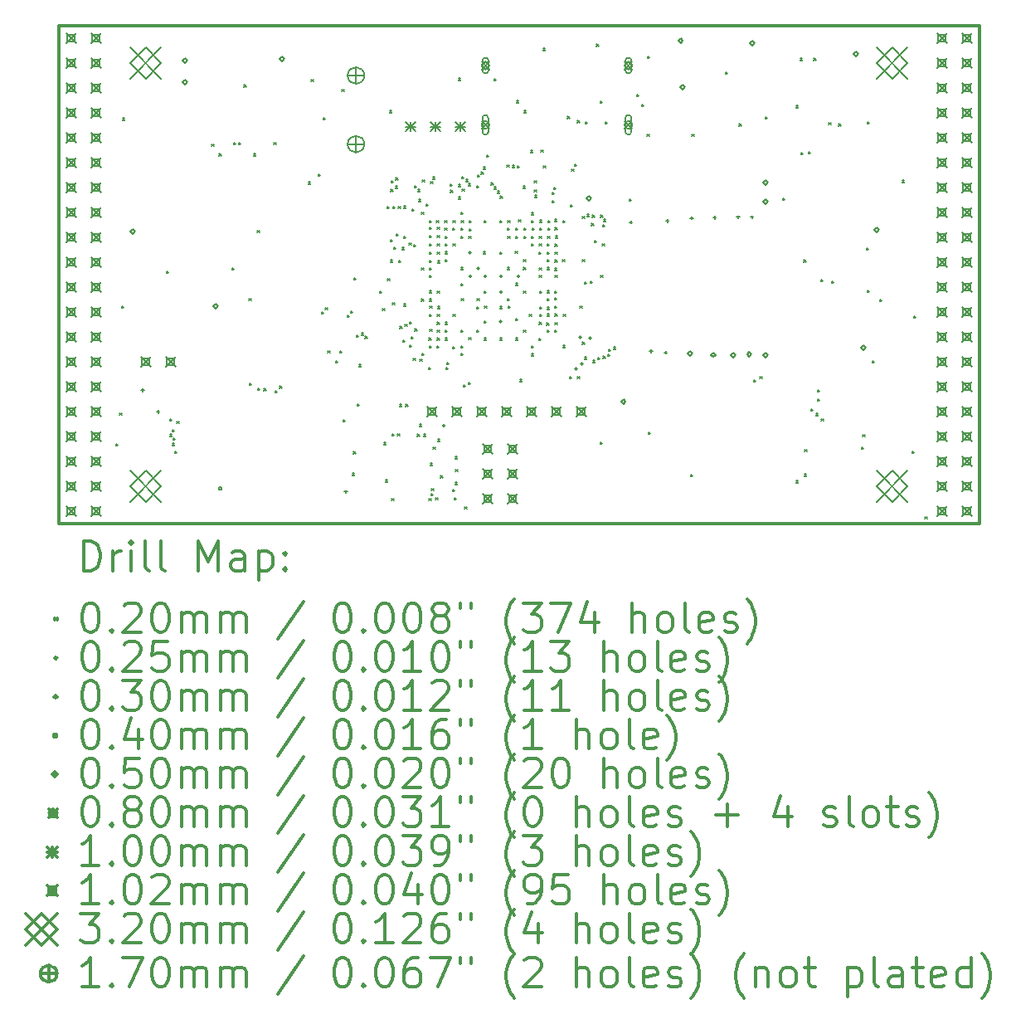
<source format=gbr>
%FSLAX45Y45*%
G04 Gerber Fmt 4.5, Leading zero omitted, Abs format (unit mm)*
G04 Created by KiCad (PCBNEW 4.0.7+dfsg1-1) date Thu Mar 29 14:14:48 2018*
%MOMM*%
%LPD*%
G01*
G04 APERTURE LIST*
%ADD10C,0.127000*%
%ADD11C,0.300000*%
%ADD12C,0.200000*%
G04 APERTURE END LIST*
D10*
D11*
X9410000Y-6142000D02*
X9410000Y-11222000D01*
X18808000Y-6142000D02*
X9410000Y-6142000D01*
X18808000Y-11222000D02*
X18808000Y-6142000D01*
X9410000Y-11222000D02*
X18808000Y-11222000D01*
D12*
X9998000Y-10410000D02*
X10018000Y-10430000D01*
X10018000Y-10410000D02*
X9998000Y-10430000D01*
X10035000Y-10094400D02*
X10055000Y-10114400D01*
X10055000Y-10094400D02*
X10035000Y-10114400D01*
X10055212Y-9006224D02*
X10075212Y-9026224D01*
X10075212Y-9006224D02*
X10055212Y-9026224D01*
X10064392Y-7086052D02*
X10084392Y-7106052D01*
X10084392Y-7086052D02*
X10064392Y-7106052D01*
X10514501Y-8649556D02*
X10534501Y-8669556D01*
X10534501Y-8649556D02*
X10514501Y-8669556D01*
X10545314Y-10310867D02*
X10565314Y-10330867D01*
X10565314Y-10310867D02*
X10545314Y-10330867D01*
X10547276Y-10156132D02*
X10567276Y-10176132D01*
X10567276Y-10156132D02*
X10547276Y-10176132D01*
X10574100Y-10266721D02*
X10594100Y-10286721D01*
X10594100Y-10266721D02*
X10574100Y-10286721D01*
X10574777Y-10403885D02*
X10594777Y-10423885D01*
X10594777Y-10403885D02*
X10574777Y-10423885D01*
X10579048Y-10351357D02*
X10599048Y-10371357D01*
X10599048Y-10351357D02*
X10579048Y-10371357D01*
X10598875Y-10487404D02*
X10618875Y-10507404D01*
X10618875Y-10487404D02*
X10598875Y-10507404D01*
X10617613Y-10179347D02*
X10637613Y-10199347D01*
X10637613Y-10179347D02*
X10617613Y-10199347D01*
X10974000Y-7352000D02*
X10994000Y-7372000D01*
X10994000Y-7352000D02*
X10974000Y-7372000D01*
X11049908Y-7448938D02*
X11069908Y-7468938D01*
X11069908Y-7448938D02*
X11049908Y-7468938D01*
X11179522Y-8615379D02*
X11199522Y-8635379D01*
X11199522Y-8615379D02*
X11179522Y-8635379D01*
X11197485Y-7337442D02*
X11217485Y-7357442D01*
X11217485Y-7337442D02*
X11197485Y-7357442D01*
X11251427Y-7337442D02*
X11271427Y-7357442D01*
X11271427Y-7337442D02*
X11251427Y-7357442D01*
X11305725Y-6746706D02*
X11325725Y-6766706D01*
X11325725Y-6746706D02*
X11305725Y-6766706D01*
X11356061Y-8927572D02*
X11376061Y-8947572D01*
X11376061Y-8927572D02*
X11356061Y-8947572D01*
X11360000Y-9792000D02*
X11380000Y-9812000D01*
X11380000Y-9792000D02*
X11360000Y-9812000D01*
X11400408Y-7451220D02*
X11420408Y-7471220D01*
X11420408Y-7451220D02*
X11400408Y-7471220D01*
X11441393Y-8230943D02*
X11461393Y-8250943D01*
X11461393Y-8230943D02*
X11441393Y-8250943D01*
X11446099Y-9843956D02*
X11466099Y-9863956D01*
X11466099Y-9843956D02*
X11446099Y-9863956D01*
X11509063Y-9847239D02*
X11529063Y-9867239D01*
X11529063Y-9847239D02*
X11509063Y-9867239D01*
X11609800Y-7337442D02*
X11629800Y-7357442D01*
X11629800Y-7337442D02*
X11609800Y-7357442D01*
X11622596Y-9869085D02*
X11642596Y-9889085D01*
X11642596Y-9869085D02*
X11622596Y-9889085D01*
X11670000Y-9822000D02*
X11690000Y-9842000D01*
X11690000Y-9822000D02*
X11670000Y-9842000D01*
X11959215Y-7739412D02*
X11979215Y-7759412D01*
X11979215Y-7739412D02*
X11959215Y-7759412D01*
X11990800Y-6690800D02*
X12010800Y-6710800D01*
X12010800Y-6690800D02*
X11990800Y-6710800D01*
X12063993Y-7659408D02*
X12083993Y-7679408D01*
X12083993Y-7659408D02*
X12063993Y-7679408D01*
X12098833Y-9065379D02*
X12118833Y-9085379D01*
X12118833Y-9065379D02*
X12098833Y-9085379D01*
X12110914Y-7083621D02*
X12130914Y-7103621D01*
X12130914Y-7083621D02*
X12110914Y-7103621D01*
X12133122Y-9021159D02*
X12153122Y-9041159D01*
X12153122Y-9021159D02*
X12133122Y-9041159D01*
X12158748Y-9461825D02*
X12178748Y-9481825D01*
X12178748Y-9461825D02*
X12158748Y-9481825D01*
X12242792Y-9562590D02*
X12262792Y-9582590D01*
X12262792Y-9562590D02*
X12242792Y-9582590D01*
X12283265Y-9462436D02*
X12303265Y-9482436D01*
X12303265Y-9462436D02*
X12283265Y-9482436D01*
X12304010Y-6793660D02*
X12324010Y-6813660D01*
X12324010Y-6793660D02*
X12304010Y-6813660D01*
X12317388Y-10161592D02*
X12337388Y-10181592D01*
X12337388Y-10161592D02*
X12317388Y-10181592D01*
X12361487Y-9095738D02*
X12381487Y-9115738D01*
X12381487Y-9095738D02*
X12361487Y-9115738D01*
X12392261Y-9052760D02*
X12412261Y-9072760D01*
X12412261Y-9052760D02*
X12392261Y-9072760D01*
X12410242Y-10710764D02*
X12430242Y-10730764D01*
X12430242Y-10710764D02*
X12410242Y-10730764D01*
X12422216Y-10490236D02*
X12442216Y-10510236D01*
X12442216Y-10490236D02*
X12422216Y-10510236D01*
X12426118Y-8717437D02*
X12446118Y-8737437D01*
X12446118Y-8717437D02*
X12426118Y-8737437D01*
X12426118Y-8717437D02*
X12446118Y-8737437D01*
X12446118Y-8717437D02*
X12426118Y-8737437D01*
X12453269Y-9302035D02*
X12473269Y-9322035D01*
X12473269Y-9302035D02*
X12453269Y-9322035D01*
X12460744Y-10002698D02*
X12480744Y-10022698D01*
X12480744Y-10002698D02*
X12460744Y-10022698D01*
X12474902Y-9600287D02*
X12494902Y-9620287D01*
X12494902Y-9600287D02*
X12474902Y-9620287D01*
X12501033Y-9279764D02*
X12521033Y-9299764D01*
X12521033Y-9279764D02*
X12501033Y-9299764D01*
X12542510Y-9313676D02*
X12562510Y-9333676D01*
X12562510Y-9313676D02*
X12542510Y-9333676D01*
X12687018Y-8852283D02*
X12707018Y-8872283D01*
X12707018Y-8852283D02*
X12687018Y-8872283D01*
X12720192Y-9031788D02*
X12740192Y-9051788D01*
X12740192Y-9031788D02*
X12720192Y-9051788D01*
X12731909Y-10397773D02*
X12751909Y-10417773D01*
X12751909Y-10397773D02*
X12731909Y-10417773D01*
X12748660Y-10777504D02*
X12768660Y-10797504D01*
X12768660Y-10777504D02*
X12748660Y-10797504D01*
X12765310Y-7989719D02*
X12785310Y-8009719D01*
X12785310Y-7989719D02*
X12765310Y-8009719D01*
X12771035Y-8724498D02*
X12791035Y-8744498D01*
X12791035Y-8724498D02*
X12771035Y-8744498D01*
X12792400Y-7010100D02*
X12812400Y-7030100D01*
X12812400Y-7010100D02*
X12792400Y-7030100D01*
X12796805Y-8324053D02*
X12816805Y-8344053D01*
X12816805Y-8324053D02*
X12796805Y-8344053D01*
X12799179Y-8533994D02*
X12819179Y-8553994D01*
X12819179Y-8533994D02*
X12799179Y-8553994D01*
X12802557Y-7813365D02*
X12822557Y-7833365D01*
X12822557Y-7813365D02*
X12802557Y-7833365D01*
X12805201Y-7723267D02*
X12825201Y-7743267D01*
X12825201Y-7723267D02*
X12805201Y-7743267D01*
X12811634Y-10966034D02*
X12831634Y-10986034D01*
X12831634Y-10966034D02*
X12811634Y-10986034D01*
X12818000Y-10310000D02*
X12838000Y-10330000D01*
X12838000Y-10310000D02*
X12818000Y-10330000D01*
X12820914Y-8968386D02*
X12840914Y-8988386D01*
X12840914Y-8968386D02*
X12820914Y-8988386D01*
X12823012Y-7988552D02*
X12843012Y-8008552D01*
X12843012Y-7988552D02*
X12823012Y-8008552D01*
X12835171Y-8403200D02*
X12855171Y-8423200D01*
X12855171Y-8403200D02*
X12835171Y-8423200D01*
X12849054Y-7779404D02*
X12869054Y-7799404D01*
X12869054Y-7779404D02*
X12849054Y-7799404D01*
X12854493Y-7695003D02*
X12874493Y-7715003D01*
X12874493Y-7695003D02*
X12854493Y-7715003D01*
X12857603Y-8265449D02*
X12877603Y-8285449D01*
X12877603Y-8265449D02*
X12857603Y-8285449D01*
X12870682Y-10308590D02*
X12890682Y-10328590D01*
X12890682Y-10308590D02*
X12870682Y-10328590D01*
X12881079Y-7988326D02*
X12901079Y-8008326D01*
X12901079Y-7988326D02*
X12881079Y-8008326D01*
X12881301Y-8540585D02*
X12901301Y-8560585D01*
X12901301Y-8540585D02*
X12881301Y-8560585D01*
X12890520Y-10007480D02*
X12910520Y-10027480D01*
X12910520Y-10007480D02*
X12890520Y-10027480D01*
X12895573Y-9211293D02*
X12915573Y-9231293D01*
X12915573Y-9211293D02*
X12895573Y-9231293D01*
X12920256Y-8405350D02*
X12940256Y-8425350D01*
X12940256Y-8405350D02*
X12920256Y-8425350D01*
X12927175Y-9350117D02*
X12947175Y-9370117D01*
X12947175Y-9350117D02*
X12927175Y-9370117D01*
X12933760Y-7984679D02*
X12953760Y-8004679D01*
X12953760Y-7984679D02*
X12933760Y-8004679D01*
X12934924Y-8983800D02*
X12954924Y-9003800D01*
X12954924Y-8983800D02*
X12934924Y-9003800D01*
X12935809Y-8290406D02*
X12955809Y-8310406D01*
X12955809Y-8290406D02*
X12935809Y-8310406D01*
X12946857Y-9190566D02*
X12966857Y-9210566D01*
X12966857Y-9190566D02*
X12946857Y-9210566D01*
X12956000Y-10005500D02*
X12976000Y-10025500D01*
X12976000Y-10005500D02*
X12956000Y-10025500D01*
X12989202Y-8359151D02*
X13009202Y-8379151D01*
X13009202Y-8359151D02*
X12989202Y-8379151D01*
X12991960Y-9163305D02*
X13011960Y-9183305D01*
X13011960Y-9163305D02*
X12991960Y-9183305D01*
X12995333Y-9401321D02*
X13015333Y-9421321D01*
X13015333Y-9401321D02*
X12995333Y-9421321D01*
X13011135Y-9318427D02*
X13031135Y-9338427D01*
X13031135Y-9318427D02*
X13011135Y-9338427D01*
X13017215Y-8013821D02*
X13037215Y-8033821D01*
X13037215Y-8013821D02*
X13017215Y-8033821D01*
X13032200Y-9535600D02*
X13052200Y-9555600D01*
X13052200Y-9535600D02*
X13032200Y-9555600D01*
X13038793Y-8376986D02*
X13058793Y-8396986D01*
X13058793Y-8376986D02*
X13038793Y-8396986D01*
X13045012Y-7773833D02*
X13065012Y-7793833D01*
X13065012Y-7773833D02*
X13045012Y-7793833D01*
X13048303Y-9237563D02*
X13068303Y-9257563D01*
X13068303Y-9237563D02*
X13048303Y-9257563D01*
X13073948Y-10310899D02*
X13093948Y-10330899D01*
X13093948Y-10310899D02*
X13073948Y-10330899D01*
X13077859Y-7815329D02*
X13097859Y-7835329D01*
X13097859Y-7815329D02*
X13077859Y-7835329D01*
X13085264Y-7914901D02*
X13105264Y-7934901D01*
X13105264Y-7914901D02*
X13085264Y-7934901D01*
X13093907Y-10208700D02*
X13113907Y-10228700D01*
X13113907Y-10208700D02*
X13093907Y-10228700D01*
X13098471Y-9546418D02*
X13118471Y-9566418D01*
X13118471Y-9546418D02*
X13098471Y-9566418D01*
X13116430Y-8612711D02*
X13136430Y-8632711D01*
X13136430Y-8612711D02*
X13116430Y-8632711D01*
X13117177Y-8049222D02*
X13137177Y-8069222D01*
X13137177Y-8049222D02*
X13117177Y-8069222D01*
X13117950Y-8930733D02*
X13137950Y-8950733D01*
X13137950Y-8930733D02*
X13117950Y-8950733D01*
X13121616Y-9485914D02*
X13141616Y-9505914D01*
X13141616Y-9485914D02*
X13121616Y-9505914D01*
X13125345Y-7716470D02*
X13145345Y-7736470D01*
X13145345Y-7716470D02*
X13125345Y-7736470D01*
X13135385Y-10310829D02*
X13155385Y-10330829D01*
X13155385Y-10310829D02*
X13135385Y-10330829D01*
X13162903Y-7960039D02*
X13182903Y-7980039D01*
X13182903Y-7960039D02*
X13162903Y-7980039D01*
X13188633Y-9630479D02*
X13208633Y-9650479D01*
X13208633Y-9630479D02*
X13188633Y-9650479D01*
X13192441Y-10966678D02*
X13212441Y-10986678D01*
X13212441Y-10966678D02*
X13192441Y-10986678D01*
X13193199Y-9330000D02*
X13213199Y-9350000D01*
X13213199Y-9330000D02*
X13193199Y-9350000D01*
X13197562Y-8931064D02*
X13217562Y-8951064D01*
X13217562Y-8931064D02*
X13197562Y-8951064D01*
X13197734Y-9090201D02*
X13217734Y-9110201D01*
X13217734Y-9090201D02*
X13197734Y-9110201D01*
X13197902Y-8284734D02*
X13217902Y-8304734D01*
X13217902Y-8284734D02*
X13197902Y-8304734D01*
X13197999Y-8200333D02*
X13217999Y-8220333D01*
X13217999Y-8200333D02*
X13197999Y-8220333D01*
X13198000Y-8690000D02*
X13218000Y-8710000D01*
X13218000Y-8690000D02*
X13198000Y-8710000D01*
X13198000Y-9410000D02*
X13218000Y-9430000D01*
X13218000Y-9410000D02*
X13198000Y-9430000D01*
X13198303Y-8616041D02*
X13218303Y-8636041D01*
X13218303Y-8616041D02*
X13198303Y-8636041D01*
X13198368Y-8369136D02*
X13218368Y-8389136D01*
X13218368Y-8369136D02*
X13198368Y-8389136D01*
X13198405Y-8845827D02*
X13218405Y-8865827D01*
X13218405Y-8845827D02*
X13198405Y-8865827D01*
X13198801Y-8130801D02*
X13218801Y-8150801D01*
X13218801Y-8130801D02*
X13198801Y-8150801D01*
X13198979Y-8537938D02*
X13218979Y-8557938D01*
X13218979Y-8537938D02*
X13198979Y-8557938D01*
X13199289Y-8453537D02*
X13219289Y-8473537D01*
X13219289Y-8453537D02*
X13199289Y-8473537D01*
X13200000Y-9005799D02*
X13220000Y-9025799D01*
X13220000Y-9005799D02*
X13200000Y-9025799D01*
X13201075Y-9242748D02*
X13221075Y-9262748D01*
X13221075Y-9242748D02*
X13201075Y-9262748D01*
X13206286Y-10608587D02*
X13226286Y-10628587D01*
X13226286Y-10608587D02*
X13206286Y-10628587D01*
X13209746Y-7735414D02*
X13229746Y-7755414D01*
X13229746Y-7735414D02*
X13209746Y-7755414D01*
X13211973Y-10917729D02*
X13231973Y-10937729D01*
X13231973Y-10917729D02*
X13211973Y-10937729D01*
X13218587Y-10865445D02*
X13238587Y-10885445D01*
X13238587Y-10865445D02*
X13218587Y-10885445D01*
X13228908Y-7686320D02*
X13248908Y-7706320D01*
X13248908Y-7686320D02*
X13228908Y-7706320D01*
X13236800Y-10440341D02*
X13256800Y-10460341D01*
X13256800Y-10440341D02*
X13236800Y-10460341D01*
X13260800Y-10958000D02*
X13280800Y-10978000D01*
X13280800Y-10958000D02*
X13260800Y-10978000D01*
X13268334Y-8130000D02*
X13288334Y-8150000D01*
X13288334Y-8130000D02*
X13268334Y-8150000D01*
X13274623Y-9409707D02*
X13294623Y-9429707D01*
X13294623Y-9409707D02*
X13274623Y-9429707D01*
X13277261Y-8284735D02*
X13297261Y-8304735D01*
X13297261Y-8284735D02*
X13277261Y-8304735D01*
X13278000Y-8850000D02*
X13298000Y-8870000D01*
X13298000Y-8850000D02*
X13278000Y-8870000D01*
X13278000Y-9090000D02*
X13298000Y-9110000D01*
X13298000Y-9090000D02*
X13278000Y-9110000D01*
X13278000Y-9170000D02*
X13298000Y-9190000D01*
X13298000Y-9170000D02*
X13278000Y-9190000D01*
X13278000Y-9250000D02*
X13298000Y-9270000D01*
X13298000Y-9250000D02*
X13278000Y-9270000D01*
X13278000Y-9330000D02*
X13298000Y-9350000D01*
X13298000Y-9330000D02*
X13278000Y-9350000D01*
X13278000Y-8200333D02*
X13298000Y-8220333D01*
X13298000Y-8200333D02*
X13278000Y-8220333D01*
X13278175Y-8369136D02*
X13298175Y-8389136D01*
X13298175Y-8369136D02*
X13278175Y-8389136D01*
X13278218Y-8453537D02*
X13298218Y-8473537D01*
X13298218Y-8453537D02*
X13278218Y-8473537D01*
X13280000Y-9008000D02*
X13300000Y-9028000D01*
X13300000Y-9008000D02*
X13280000Y-9028000D01*
X13283696Y-10361100D02*
X13303696Y-10381100D01*
X13303696Y-10361100D02*
X13283696Y-10381100D01*
X13284415Y-8542979D02*
X13304415Y-8562979D01*
X13304415Y-8542979D02*
X13284415Y-8562979D01*
X13311600Y-10736500D02*
X13331600Y-10756500D01*
X13331600Y-10736500D02*
X13311600Y-10756500D01*
X13352736Y-8131468D02*
X13372736Y-8151468D01*
X13372736Y-8131468D02*
X13352736Y-8151468D01*
X13354839Y-8209060D02*
X13374839Y-8229060D01*
X13374839Y-8209060D02*
X13354839Y-8229060D01*
X13357194Y-8449520D02*
X13377194Y-8469520D01*
X13377194Y-8449520D02*
X13357194Y-8469520D01*
X13358000Y-8290000D02*
X13378000Y-8310000D01*
X13378000Y-8290000D02*
X13358000Y-8310000D01*
X13358000Y-8370000D02*
X13378000Y-8390000D01*
X13378000Y-8370000D02*
X13358000Y-8390000D01*
X13358000Y-8530000D02*
X13378000Y-8550000D01*
X13378000Y-8530000D02*
X13358000Y-8550000D01*
X13358000Y-9170000D02*
X13378000Y-9190000D01*
X13378000Y-9170000D02*
X13358000Y-9190000D01*
X13358000Y-9250000D02*
X13378000Y-9270000D01*
X13378000Y-9250000D02*
X13358000Y-9270000D01*
X13358548Y-9330230D02*
X13378548Y-9350230D01*
X13378548Y-9330230D02*
X13358548Y-9350230D01*
X13366285Y-9629515D02*
X13386285Y-9649515D01*
X13386285Y-9629515D02*
X13366285Y-9649515D01*
X13375239Y-9577580D02*
X13395239Y-9597580D01*
X13395239Y-9577580D02*
X13375239Y-9597580D01*
X13410306Y-7761273D02*
X13430306Y-7781273D01*
X13430306Y-7761273D02*
X13410306Y-7781273D01*
X13413163Y-7821944D02*
X13433163Y-7841944D01*
X13433163Y-7821944D02*
X13413163Y-7841944D01*
X13433398Y-8208015D02*
X13453398Y-8228015D01*
X13453398Y-8208015D02*
X13433398Y-8228015D01*
X13435582Y-9416717D02*
X13455582Y-9436717D01*
X13455582Y-9416717D02*
X13435582Y-9436717D01*
X13436400Y-10874197D02*
X13456400Y-10894197D01*
X13456400Y-10874197D02*
X13436400Y-10894197D01*
X13437137Y-8130675D02*
X13457137Y-8150675D01*
X13457137Y-8130675D02*
X13437137Y-8150675D01*
X13438000Y-8370000D02*
X13458000Y-8390000D01*
X13458000Y-8370000D02*
X13438000Y-8390000D01*
X13438000Y-9090000D02*
X13458000Y-9110000D01*
X13458000Y-9090000D02*
X13438000Y-9110000D01*
X13453687Y-10961995D02*
X13473687Y-10981995D01*
X13473687Y-10961995D02*
X13453687Y-10981995D01*
X13457587Y-10803159D02*
X13477587Y-10823159D01*
X13477587Y-10803159D02*
X13457587Y-10823159D01*
X13460735Y-10540845D02*
X13480735Y-10560845D01*
X13480735Y-10540845D02*
X13460735Y-10560845D01*
X13465065Y-10671051D02*
X13485065Y-10691051D01*
X13485065Y-10671051D02*
X13465065Y-10691051D01*
X13490870Y-7890052D02*
X13510870Y-7910052D01*
X13510870Y-7890052D02*
X13490870Y-7910052D01*
X13490900Y-6679900D02*
X13510900Y-6699900D01*
X13510900Y-6679900D02*
X13490900Y-6699900D01*
X13494707Y-7763398D02*
X13514707Y-7783398D01*
X13514707Y-7763398D02*
X13494707Y-7783398D01*
X13517799Y-8209385D02*
X13537799Y-8229385D01*
X13537799Y-8209385D02*
X13517799Y-8229385D01*
X13517939Y-8774646D02*
X13537939Y-8794646D01*
X13537939Y-8774646D02*
X13517939Y-8794646D01*
X13518000Y-8292201D02*
X13538000Y-8312201D01*
X13538000Y-8292201D02*
X13518000Y-8312201D01*
X13518000Y-8610000D02*
X13538000Y-8630000D01*
X13538000Y-8610000D02*
X13518000Y-8630000D01*
X13518000Y-9250000D02*
X13538000Y-9270000D01*
X13538000Y-9250000D02*
X13518000Y-9270000D01*
X13518128Y-8048312D02*
X13538128Y-8068312D01*
X13538128Y-8048312D02*
X13518128Y-8068312D01*
X13518463Y-9488530D02*
X13538463Y-9508530D01*
X13538463Y-9488530D02*
X13518463Y-9508530D01*
X13518862Y-9412562D02*
X13538862Y-9432562D01*
X13538862Y-9412562D02*
X13518862Y-9432562D01*
X13521697Y-8134201D02*
X13541697Y-8154201D01*
X13541697Y-8134201D02*
X13521697Y-8154201D01*
X13524276Y-8928163D02*
X13544276Y-8948163D01*
X13544276Y-8928163D02*
X13524276Y-8948163D01*
X13525392Y-7680305D02*
X13545392Y-7700305D01*
X13545392Y-7680305D02*
X13525392Y-7700305D01*
X13532005Y-7811178D02*
X13552005Y-7831178D01*
X13552005Y-7811178D02*
X13532005Y-7831178D01*
X13541702Y-9806717D02*
X13561702Y-9826717D01*
X13561702Y-9806717D02*
X13541702Y-9826717D01*
X13555656Y-11051071D02*
X13575656Y-11071071D01*
X13575656Y-11051071D02*
X13555656Y-11071071D01*
X13568118Y-7711158D02*
X13588118Y-7731158D01*
X13588118Y-7711158D02*
X13568118Y-7731158D01*
X13592822Y-9782273D02*
X13612822Y-9802273D01*
X13612822Y-9782273D02*
X13592822Y-9802273D01*
X13596400Y-7755628D02*
X13616400Y-7775628D01*
X13616400Y-7755628D02*
X13596400Y-7775628D01*
X13598000Y-8290000D02*
X13618000Y-8310000D01*
X13618000Y-8290000D02*
X13598000Y-8310000D01*
X13599596Y-9326965D02*
X13619596Y-9346965D01*
X13619596Y-9326965D02*
X13599596Y-9346965D01*
X13602455Y-8216004D02*
X13622455Y-8236004D01*
X13622455Y-8216004D02*
X13602455Y-8236004D01*
X13606098Y-8131603D02*
X13626098Y-8151603D01*
X13626098Y-8131603D02*
X13606098Y-8151603D01*
X13678000Y-9250000D02*
X13698000Y-9270000D01*
X13698000Y-9250000D02*
X13678000Y-9270000D01*
X13678517Y-9009483D02*
X13698517Y-9029483D01*
X13698517Y-9009483D02*
X13678517Y-9029483D01*
X13680768Y-7777562D02*
X13700768Y-7797562D01*
X13700768Y-7777562D02*
X13680768Y-7797562D01*
X13684453Y-8927346D02*
X13704453Y-8947346D01*
X13704453Y-8927346D02*
X13684453Y-8947346D01*
X13685809Y-7667676D02*
X13705809Y-7687676D01*
X13705809Y-7667676D02*
X13685809Y-7687676D01*
X13727526Y-7635472D02*
X13747526Y-7655472D01*
X13747526Y-7635472D02*
X13727526Y-7655472D01*
X13745078Y-8447729D02*
X13765078Y-8467729D01*
X13765078Y-8447729D02*
X13745078Y-8467729D01*
X13746031Y-7586126D02*
X13766031Y-7606126D01*
X13766031Y-7586126D02*
X13746031Y-7606126D01*
X13755905Y-9153803D02*
X13775905Y-9173803D01*
X13775905Y-9153803D02*
X13755905Y-9173803D01*
X13758000Y-8130000D02*
X13778000Y-8150000D01*
X13778000Y-8130000D02*
X13758000Y-8150000D01*
X13758000Y-8850000D02*
X13778000Y-8870000D01*
X13778000Y-8850000D02*
X13758000Y-8870000D01*
X13758000Y-9330000D02*
X13778000Y-9350000D01*
X13778000Y-9330000D02*
X13758000Y-9350000D01*
X13758900Y-9002299D02*
X13778900Y-9022299D01*
X13778900Y-9002299D02*
X13758900Y-9022299D01*
X13781852Y-7463285D02*
X13801852Y-7483285D01*
X13801852Y-7463285D02*
X13781852Y-7483285D01*
X13829043Y-7745154D02*
X13849043Y-7765154D01*
X13849043Y-7745154D02*
X13829043Y-7765154D01*
X13855369Y-6683225D02*
X13875369Y-6703225D01*
X13875369Y-6683225D02*
X13855369Y-6703225D01*
X13860272Y-7788159D02*
X13880272Y-7808159D01*
X13880272Y-7788159D02*
X13860272Y-7808159D01*
X13892448Y-7831909D02*
X13912448Y-7851909D01*
X13912448Y-7831909D02*
X13892448Y-7851909D01*
X13917252Y-8451135D02*
X13937252Y-8471135D01*
X13937252Y-8451135D02*
X13917252Y-8471135D01*
X13918000Y-8130000D02*
X13938000Y-8150000D01*
X13938000Y-8130000D02*
X13918000Y-8150000D01*
X13918000Y-9330000D02*
X13938000Y-9350000D01*
X13938000Y-9330000D02*
X13918000Y-9350000D01*
X13918580Y-9007769D02*
X13938580Y-9027769D01*
X13938580Y-9007769D02*
X13918580Y-9027769D01*
X13920456Y-7881379D02*
X13940456Y-7901379D01*
X13940456Y-7881379D02*
X13920456Y-7901379D01*
X13988938Y-7564800D02*
X14008938Y-7584800D01*
X14008938Y-7564800D02*
X13988938Y-7584800D01*
X13991460Y-8609297D02*
X14011460Y-8629297D01*
X14011460Y-8609297D02*
X13991460Y-8629297D01*
X13992898Y-8210000D02*
X14012898Y-8230000D01*
X14012898Y-8210000D02*
X13992898Y-8230000D01*
X13993894Y-8925097D02*
X14013894Y-8945097D01*
X14013894Y-8925097D02*
X13993894Y-8945097D01*
X13996000Y-8292000D02*
X14016000Y-8312000D01*
X14016000Y-8292000D02*
X13996000Y-8312000D01*
X13998000Y-8130000D02*
X14018000Y-8150000D01*
X14018000Y-8130000D02*
X13998000Y-8150000D01*
X13999489Y-9002299D02*
X14019489Y-9022299D01*
X14019489Y-9002299D02*
X13999489Y-9022299D01*
X14041438Y-7569399D02*
X14061438Y-7589399D01*
X14061438Y-7569399D02*
X14041438Y-7589399D01*
X14073600Y-8443400D02*
X14093600Y-8463400D01*
X14093600Y-8443400D02*
X14073600Y-8463400D01*
X14076133Y-8294127D02*
X14096133Y-8314127D01*
X14096133Y-8294127D02*
X14076133Y-8314127D01*
X14077299Y-8207716D02*
X14097299Y-8227716D01*
X14097299Y-8207716D02*
X14077299Y-8227716D01*
X14077419Y-9133335D02*
X14097419Y-9153335D01*
X14097419Y-9133335D02*
X14077419Y-9153335D01*
X14078000Y-9330000D02*
X14098000Y-9350000D01*
X14098000Y-9330000D02*
X14078000Y-9350000D01*
X14079623Y-8771623D02*
X14099623Y-8791623D01*
X14099623Y-8771623D02*
X14079623Y-8791623D01*
X14083603Y-6907871D02*
X14103603Y-6927871D01*
X14103603Y-6907871D02*
X14083603Y-6927871D01*
X14093879Y-7574628D02*
X14113879Y-7594628D01*
X14113879Y-7574628D02*
X14093879Y-7594628D01*
X14107119Y-8120993D02*
X14127119Y-8140993D01*
X14127119Y-8120993D02*
X14107119Y-8140993D01*
X14118066Y-9754201D02*
X14138066Y-9774201D01*
X14138066Y-9754201D02*
X14118066Y-9774201D01*
X14152481Y-7781450D02*
X14172481Y-7801450D01*
X14172481Y-7781450D02*
X14152481Y-7801450D01*
X14158000Y-8530000D02*
X14178000Y-8550000D01*
X14178000Y-8530000D02*
X14158000Y-8550000D01*
X14158000Y-8610000D02*
X14178000Y-8630000D01*
X14178000Y-8610000D02*
X14158000Y-8630000D01*
X14158000Y-8850000D02*
X14178000Y-8870000D01*
X14178000Y-8850000D02*
X14158000Y-8870000D01*
X14158000Y-9250000D02*
X14178000Y-9270000D01*
X14178000Y-9250000D02*
X14158000Y-9270000D01*
X14162701Y-8209494D02*
X14182701Y-8229494D01*
X14182701Y-8209494D02*
X14162701Y-8229494D01*
X14162701Y-8289887D02*
X14182701Y-8309887D01*
X14182701Y-8289887D02*
X14162701Y-8309887D01*
X14164000Y-7010100D02*
X14184000Y-7030100D01*
X14184000Y-7010100D02*
X14164000Y-7030100D01*
X14217799Y-9090000D02*
X14237799Y-9110000D01*
X14237799Y-9090000D02*
X14217799Y-9110000D01*
X14231885Y-7415796D02*
X14251885Y-7435796D01*
X14251885Y-7415796D02*
X14231885Y-7435796D01*
X14236000Y-8052000D02*
X14256000Y-8072000D01*
X14256000Y-8052000D02*
X14236000Y-8072000D01*
X14236000Y-8132000D02*
X14256000Y-8152000D01*
X14256000Y-8132000D02*
X14236000Y-8152000D01*
X14236000Y-8292000D02*
X14256000Y-8312000D01*
X14256000Y-8292000D02*
X14236000Y-8312000D01*
X14238000Y-8370000D02*
X14258000Y-8390000D01*
X14258000Y-8370000D02*
X14238000Y-8390000D01*
X14238000Y-9410000D02*
X14258000Y-9430000D01*
X14258000Y-9410000D02*
X14238000Y-9430000D01*
X14238000Y-9490000D02*
X14258000Y-9510000D01*
X14258000Y-9490000D02*
X14238000Y-9510000D01*
X14247102Y-8210435D02*
X14267102Y-8230435D01*
X14267102Y-8210435D02*
X14247102Y-8230435D01*
X14268441Y-7818307D02*
X14288441Y-7838307D01*
X14288441Y-7818307D02*
X14268441Y-7838307D01*
X14268583Y-7724192D02*
X14288583Y-7744192D01*
X14288583Y-7724192D02*
X14268583Y-7744192D01*
X14271130Y-7874603D02*
X14291130Y-7894603D01*
X14291130Y-7874603D02*
X14271130Y-7894603D01*
X14316000Y-8452000D02*
X14336000Y-8472000D01*
X14336000Y-8452000D02*
X14316000Y-8472000D01*
X14316969Y-9331491D02*
X14336969Y-9351491D01*
X14336969Y-9331491D02*
X14316969Y-9351491D01*
X14318000Y-8370000D02*
X14338000Y-8390000D01*
X14338000Y-8370000D02*
X14318000Y-8390000D01*
X14318000Y-8690000D02*
X14338000Y-8710000D01*
X14338000Y-8690000D02*
X14318000Y-8710000D01*
X14318000Y-9170000D02*
X14338000Y-9190000D01*
X14338000Y-9170000D02*
X14318000Y-9190000D01*
X14318740Y-8294201D02*
X14338740Y-8314201D01*
X14338740Y-8294201D02*
X14318740Y-8314201D01*
X14320000Y-8612000D02*
X14340000Y-8632000D01*
X14340000Y-8612000D02*
X14320000Y-8632000D01*
X14322201Y-8849503D02*
X14342201Y-8869503D01*
X14342201Y-8849503D02*
X14322201Y-8869503D01*
X14322201Y-9010195D02*
X14342201Y-9030195D01*
X14342201Y-9010195D02*
X14322201Y-9030195D01*
X14322201Y-9090066D02*
X14342201Y-9110066D01*
X14342201Y-9090066D02*
X14322201Y-9110066D01*
X14323103Y-8127729D02*
X14343103Y-8147729D01*
X14343103Y-8127729D02*
X14323103Y-8147729D01*
X14323265Y-8209799D02*
X14343265Y-8229799D01*
X14343265Y-8209799D02*
X14323265Y-8229799D01*
X14335701Y-7411913D02*
X14355701Y-7431913D01*
X14355701Y-7411913D02*
X14335701Y-7431913D01*
X14355067Y-6376252D02*
X14375067Y-6396252D01*
X14375067Y-6376252D02*
X14355067Y-6396252D01*
X14360888Y-7571730D02*
X14380888Y-7591730D01*
X14380888Y-7571730D02*
X14360888Y-7591730D01*
X14396483Y-9177765D02*
X14416483Y-9197765D01*
X14416483Y-9177765D02*
X14396483Y-9197765D01*
X14397624Y-8929530D02*
X14417624Y-8949530D01*
X14417624Y-8929530D02*
X14397624Y-8949530D01*
X14397701Y-9016697D02*
X14417701Y-9036697D01*
X14417701Y-9016697D02*
X14397701Y-9036697D01*
X14398000Y-8610000D02*
X14418000Y-8630000D01*
X14418000Y-8610000D02*
X14398000Y-8630000D01*
X14398000Y-9085650D02*
X14418000Y-9105650D01*
X14418000Y-9085650D02*
X14398000Y-9105650D01*
X14398283Y-8848451D02*
X14418283Y-8868451D01*
X14418283Y-8848451D02*
X14398283Y-8868451D01*
X14400201Y-8529722D02*
X14420201Y-8549722D01*
X14420201Y-8529722D02*
X14400201Y-8549722D01*
X14400319Y-8367799D02*
X14420319Y-8387799D01*
X14420319Y-8367799D02*
X14400319Y-8387799D01*
X14400350Y-8456040D02*
X14420350Y-8476040D01*
X14420350Y-8456040D02*
X14400350Y-8476040D01*
X14401325Y-9248876D02*
X14421325Y-9268876D01*
X14421325Y-9248876D02*
X14401325Y-9268876D01*
X14403141Y-8290000D02*
X14423141Y-8310000D01*
X14423141Y-8290000D02*
X14403141Y-8310000D01*
X14407504Y-8129877D02*
X14427504Y-8149877D01*
X14427504Y-8129877D02*
X14407504Y-8149877D01*
X14407666Y-8210000D02*
X14427666Y-8230000D01*
X14427666Y-8210000D02*
X14407666Y-8230000D01*
X14450634Y-7841735D02*
X14470634Y-7861735D01*
X14470634Y-7841735D02*
X14450634Y-7861735D01*
X14450634Y-7926136D02*
X14470634Y-7946136D01*
X14470634Y-7926136D02*
X14450634Y-7946136D01*
X14469153Y-7792394D02*
X14489153Y-7812394D01*
X14489153Y-7792394D02*
X14469153Y-7812394D01*
X14475581Y-8916848D02*
X14495581Y-8936848D01*
X14495581Y-8916848D02*
X14475581Y-8936848D01*
X14476724Y-9001248D02*
X14496724Y-9021248D01*
X14496724Y-9001248D02*
X14476724Y-9021248D01*
X14477515Y-8619275D02*
X14497515Y-8639275D01*
X14497515Y-8619275D02*
X14477515Y-8639275D01*
X14477765Y-8852201D02*
X14497765Y-8872201D01*
X14497765Y-8852201D02*
X14477765Y-8872201D01*
X14478001Y-8120333D02*
X14498001Y-8140333D01*
X14498001Y-8120333D02*
X14478001Y-8140333D01*
X14478235Y-9247799D02*
X14498235Y-9267799D01*
X14498235Y-9247799D02*
X14478235Y-9267799D01*
X14478812Y-8204734D02*
X14498812Y-8224734D01*
X14498812Y-8204734D02*
X14478812Y-8224734D01*
X14478935Y-8534874D02*
X14498935Y-8554874D01*
X14498935Y-8534874D02*
X14478935Y-8554874D01*
X14479432Y-8687756D02*
X14499432Y-8707756D01*
X14499432Y-8687756D02*
X14479432Y-8707756D01*
X14479670Y-8373537D02*
X14499670Y-8393537D01*
X14499670Y-8373537D02*
X14479670Y-8393537D01*
X14480000Y-9172000D02*
X14500000Y-9192000D01*
X14500000Y-9172000D02*
X14480000Y-9192000D01*
X14480294Y-9085650D02*
X14500294Y-9105650D01*
X14500294Y-9085650D02*
X14480294Y-9105650D01*
X14481241Y-8453582D02*
X14501241Y-8473582D01*
X14501241Y-8453582D02*
X14481241Y-8473582D01*
X14481689Y-8289136D02*
X14501689Y-8309136D01*
X14501689Y-8289136D02*
X14481689Y-8309136D01*
X14557281Y-8529606D02*
X14577281Y-8549606D01*
X14577281Y-8529606D02*
X14557281Y-8549606D01*
X14558000Y-8130512D02*
X14578000Y-8150512D01*
X14578000Y-8130512D02*
X14558000Y-8150512D01*
X14559124Y-9406675D02*
X14579124Y-9426675D01*
X14579124Y-9406675D02*
X14559124Y-9426675D01*
X14565987Y-9091018D02*
X14585987Y-9111018D01*
X14585987Y-9091018D02*
X14565987Y-9111018D01*
X14608000Y-7070000D02*
X14628000Y-7090000D01*
X14628000Y-7070000D02*
X14608000Y-7090000D01*
X14629479Y-9723392D02*
X14649479Y-9743392D01*
X14649479Y-9723392D02*
X14629479Y-9743392D01*
X14638141Y-7971938D02*
X14658141Y-7991938D01*
X14658141Y-7971938D02*
X14638141Y-7991938D01*
X14648744Y-7607406D02*
X14668744Y-7627406D01*
X14668744Y-7607406D02*
X14648744Y-7627406D01*
X14680145Y-7555491D02*
X14700145Y-7575491D01*
X14700145Y-7555491D02*
X14680145Y-7575491D01*
X14707598Y-9723392D02*
X14727598Y-9743392D01*
X14727598Y-9723392D02*
X14707598Y-9743392D01*
X14708600Y-7110000D02*
X14728600Y-7130000D01*
X14728600Y-7110000D02*
X14708600Y-7130000D01*
X14733095Y-9001248D02*
X14753095Y-9021248D01*
X14753095Y-9001248D02*
X14733095Y-9021248D01*
X14758739Y-8527409D02*
X14778739Y-8547409D01*
X14778739Y-8527409D02*
X14758739Y-8547409D01*
X14758831Y-8088311D02*
X14778831Y-8108311D01*
X14778831Y-8088311D02*
X14758831Y-8108311D01*
X14760000Y-9372000D02*
X14780000Y-9392000D01*
X14780000Y-9372000D02*
X14760000Y-9392000D01*
X14781079Y-8758342D02*
X14801079Y-8778342D01*
X14801079Y-8758342D02*
X14781079Y-8778342D01*
X14782886Y-9523902D02*
X14802886Y-9543902D01*
X14802886Y-9523902D02*
X14782886Y-9543902D01*
X14788315Y-7124708D02*
X14808315Y-7144708D01*
X14808315Y-7124708D02*
X14788315Y-7144708D01*
X14807525Y-8068155D02*
X14827525Y-8088155D01*
X14827525Y-8068155D02*
X14807525Y-8088155D01*
X14838354Y-8752346D02*
X14858354Y-8772346D01*
X14858354Y-8752346D02*
X14838354Y-8772346D01*
X14851066Y-8160586D02*
X14871066Y-8180586D01*
X14871066Y-8160586D02*
X14851066Y-8180586D01*
X14859611Y-8076185D02*
X14879611Y-8096185D01*
X14879611Y-8076185D02*
X14859611Y-8096185D01*
X14864798Y-9556963D02*
X14884798Y-9576963D01*
X14884798Y-9556963D02*
X14864798Y-9576963D01*
X14882151Y-8334201D02*
X14902151Y-8354201D01*
X14902151Y-8334201D02*
X14882151Y-8354201D01*
X14903412Y-6332405D02*
X14923412Y-6352405D01*
X14923412Y-6332405D02*
X14903412Y-6352405D01*
X14918439Y-9527799D02*
X14938439Y-9547799D01*
X14938439Y-9527799D02*
X14918439Y-9547799D01*
X14939522Y-10390910D02*
X14959522Y-10410910D01*
X14959522Y-10390910D02*
X14939522Y-10410910D01*
X14939878Y-6913897D02*
X14959878Y-6933897D01*
X14959878Y-6913897D02*
X14939878Y-6933897D01*
X14944975Y-8076843D02*
X14964975Y-8096843D01*
X14964975Y-8076843D02*
X14944975Y-8096843D01*
X14945314Y-8688944D02*
X14965314Y-8708944D01*
X14965314Y-8688944D02*
X14945314Y-8708944D01*
X14963249Y-8370769D02*
X14983249Y-8390769D01*
X14983249Y-8370769D02*
X14963249Y-8390769D01*
X14967169Y-8172566D02*
X14987169Y-8192566D01*
X14987169Y-8172566D02*
X14967169Y-8192566D01*
X14969589Y-9515108D02*
X14989589Y-9535108D01*
X14989589Y-9515108D02*
X14969589Y-9535108D01*
X14974647Y-8120398D02*
X14994647Y-8140398D01*
X14994647Y-8120398D02*
X14974647Y-8140398D01*
X14993085Y-7123185D02*
X15013085Y-7143185D01*
X15013085Y-7123185D02*
X14993085Y-7143185D01*
X15017890Y-9494025D02*
X15037890Y-9514025D01*
X15037890Y-9494025D02*
X15017890Y-9514025D01*
X15024597Y-9441753D02*
X15044597Y-9461753D01*
X15044597Y-9441753D02*
X15024597Y-9461753D01*
X15078921Y-9423257D02*
X15098921Y-9443257D01*
X15098921Y-9423257D02*
X15078921Y-9443257D01*
X15239707Y-7909347D02*
X15259707Y-7929347D01*
X15259707Y-7909347D02*
X15239707Y-7929347D01*
X15316126Y-6842299D02*
X15336126Y-6862299D01*
X15336126Y-6842299D02*
X15316126Y-6862299D01*
X15366142Y-6945169D02*
X15386142Y-6965169D01*
X15386142Y-6945169D02*
X15366142Y-6965169D01*
X15419800Y-7249600D02*
X15439800Y-7269600D01*
X15439800Y-7249600D02*
X15419800Y-7269600D01*
X15422933Y-6454377D02*
X15442933Y-6474377D01*
X15442933Y-6454377D02*
X15422933Y-6474377D01*
X15432558Y-10288777D02*
X15452558Y-10308777D01*
X15452558Y-10288777D02*
X15432558Y-10308777D01*
X15861665Y-10722518D02*
X15881665Y-10742518D01*
X15881665Y-10722518D02*
X15861665Y-10742518D01*
X15877000Y-7249600D02*
X15897000Y-7269600D01*
X15897000Y-7249600D02*
X15877000Y-7269600D01*
X16217147Y-6618496D02*
X16237147Y-6638496D01*
X16237147Y-6618496D02*
X16217147Y-6638496D01*
X16360322Y-7144216D02*
X16380322Y-7164216D01*
X16380322Y-7144216D02*
X16360322Y-7164216D01*
X16507059Y-9756632D02*
X16527059Y-9776632D01*
X16527059Y-9756632D02*
X16507059Y-9776632D01*
X16570337Y-9724488D02*
X16590337Y-9744488D01*
X16590337Y-9724488D02*
X16570337Y-9744488D01*
X16625348Y-7073546D02*
X16645348Y-7093546D01*
X16645348Y-7073546D02*
X16625348Y-7093546D01*
X16806644Y-7900804D02*
X16826644Y-7920804D01*
X16826644Y-7900804D02*
X16806644Y-7920804D01*
X16940659Y-10785373D02*
X16960659Y-10805373D01*
X16960659Y-10785373D02*
X16940659Y-10805373D01*
X16941704Y-6958649D02*
X16961704Y-6978649D01*
X16961704Y-6958649D02*
X16941704Y-6978649D01*
X16981900Y-6474900D02*
X17001900Y-6494900D01*
X17001900Y-6474900D02*
X16981900Y-6494900D01*
X16992648Y-7434686D02*
X17012648Y-7454686D01*
X17012648Y-7434686D02*
X16992648Y-7454686D01*
X17020954Y-8534153D02*
X17040954Y-8554153D01*
X17040954Y-8534153D02*
X17020954Y-8554153D01*
X17026290Y-10718620D02*
X17046290Y-10738620D01*
X17046290Y-10718620D02*
X17026290Y-10738620D01*
X17028315Y-10470365D02*
X17048315Y-10490365D01*
X17048315Y-10470365D02*
X17028315Y-10490365D01*
X17063907Y-7430637D02*
X17083907Y-7450637D01*
X17083907Y-7430637D02*
X17063907Y-7450637D01*
X17093135Y-10052834D02*
X17113135Y-10072834D01*
X17113135Y-10052834D02*
X17093135Y-10072834D01*
X17121600Y-6474900D02*
X17141600Y-6494900D01*
X17141600Y-6474900D02*
X17121600Y-6494900D01*
X17144486Y-10098683D02*
X17164486Y-10118683D01*
X17164486Y-10098683D02*
X17144486Y-10118683D01*
X17160992Y-9856600D02*
X17180992Y-9876600D01*
X17180992Y-9856600D02*
X17160992Y-9876600D01*
X17160992Y-9951966D02*
X17180992Y-9971966D01*
X17180992Y-9951966D02*
X17160992Y-9971966D01*
X17194707Y-8733845D02*
X17214707Y-8753845D01*
X17214707Y-8733845D02*
X17194707Y-8753845D01*
X17198875Y-10155324D02*
X17218875Y-10175324D01*
X17218875Y-10155324D02*
X17198875Y-10175324D01*
X17275372Y-7130727D02*
X17295372Y-7150727D01*
X17295372Y-7130727D02*
X17275372Y-7150727D01*
X17303795Y-8749428D02*
X17323795Y-8769428D01*
X17323795Y-8749428D02*
X17303795Y-8769428D01*
X17375600Y-7143899D02*
X17395600Y-7163899D01*
X17395600Y-7143899D02*
X17375600Y-7163899D01*
X17608573Y-10442076D02*
X17628573Y-10462076D01*
X17628573Y-10442076D02*
X17608573Y-10462076D01*
X17620559Y-10317981D02*
X17640559Y-10337981D01*
X17640559Y-10317981D02*
X17620559Y-10337981D01*
X17660000Y-8412000D02*
X17680000Y-8432000D01*
X17680000Y-8412000D02*
X17660000Y-8432000D01*
X17667936Y-8843679D02*
X17687936Y-8863679D01*
X17687936Y-8843679D02*
X17667936Y-8863679D01*
X17669708Y-7124179D02*
X17689708Y-7144179D01*
X17689708Y-7124179D02*
X17669708Y-7144179D01*
X17718500Y-9561000D02*
X17738500Y-9581000D01*
X17738500Y-9561000D02*
X17718500Y-9581000D01*
X17794976Y-8936481D02*
X17814976Y-8956481D01*
X17814976Y-8936481D02*
X17794976Y-8956481D01*
X18024078Y-7721693D02*
X18044078Y-7741693D01*
X18044078Y-7721693D02*
X18024078Y-7741693D01*
X18124189Y-10484543D02*
X18144189Y-10504543D01*
X18144189Y-10484543D02*
X18124189Y-10504543D01*
X18139100Y-9105600D02*
X18159100Y-9125600D01*
X18159100Y-9105600D02*
X18139100Y-9125600D01*
X18257515Y-11153763D02*
X18277515Y-11173763D01*
X18277515Y-11153763D02*
X18257515Y-11173763D01*
X13357629Y-10223262D02*
G75*
G03X13357629Y-10223262I-12700J0D01*
G01*
X13620700Y-8460000D02*
G75*
G03X13620700Y-8460000I-12700J0D01*
G01*
X13623799Y-8699540D02*
G75*
G03X13623799Y-8699540I-12700J0D01*
G01*
X13706511Y-8619631D02*
G75*
G03X13706511Y-8619631I-12700J0D01*
G01*
X13780700Y-8700000D02*
G75*
G03X13780700Y-8700000I-12700J0D01*
G01*
X13939164Y-9161521D02*
G75*
G03X13939164Y-9161521I-12700J0D01*
G01*
X13940700Y-8700000D02*
G75*
G03X13940700Y-8700000I-12700J0D01*
G01*
X13940700Y-8860000D02*
G75*
G03X13940700Y-8860000I-12700J0D01*
G01*
X14116986Y-8699500D02*
G75*
G03X14116986Y-8699500I-12700J0D01*
G01*
X14706928Y-9645206D02*
G75*
G03X14706928Y-9645206I-12700J0D01*
G01*
X14747089Y-9321713D02*
G75*
G03X14747089Y-9321713I-12700J0D01*
G01*
X14766147Y-9591326D02*
G75*
G03X14766147Y-9591326I-12700J0D01*
G01*
X14847601Y-9332231D02*
G75*
G03X14847601Y-9332231I-12700J0D01*
G01*
X10271005Y-9844495D02*
X10271005Y-9874495D01*
X10256005Y-9859495D02*
X10286005Y-9859495D01*
X10426000Y-10064000D02*
X10426000Y-10094000D01*
X10411000Y-10079000D02*
X10441000Y-10079000D01*
X12343700Y-10882200D02*
X12343700Y-10912200D01*
X12328700Y-10897200D02*
X12358700Y-10897200D01*
X15252594Y-8131387D02*
X15252594Y-8161387D01*
X15237594Y-8146387D02*
X15267594Y-8146387D01*
X15459390Y-9445795D02*
X15459390Y-9475795D01*
X15444390Y-9460795D02*
X15474390Y-9460795D01*
X15608824Y-9461298D02*
X15608824Y-9491298D01*
X15593824Y-9476298D02*
X15623824Y-9476298D01*
X15626277Y-8119937D02*
X15626277Y-8149937D01*
X15611277Y-8134937D02*
X15641277Y-8134937D01*
X15873113Y-8089893D02*
X15873113Y-8119893D01*
X15858113Y-8104893D02*
X15888113Y-8104893D01*
X16107576Y-8084202D02*
X16107576Y-8114202D01*
X16092576Y-8099202D02*
X16122576Y-8099202D01*
X16346298Y-8079243D02*
X16346298Y-8109243D01*
X16331298Y-8094243D02*
X16361298Y-8094243D01*
X16488287Y-8078899D02*
X16488287Y-8108899D01*
X16473287Y-8093899D02*
X16503287Y-8093899D01*
X11073534Y-10877788D02*
X11073534Y-10849504D01*
X11045249Y-10849504D01*
X11045249Y-10877788D01*
X11073534Y-10877788D01*
X10170789Y-8267318D02*
X10195789Y-8242318D01*
X10170789Y-8217318D01*
X10145789Y-8242318D01*
X10170789Y-8267318D01*
X10697481Y-6520397D02*
X10722481Y-6495397D01*
X10697481Y-6470397D01*
X10672481Y-6495397D01*
X10697481Y-6520397D01*
X10702149Y-6747812D02*
X10727149Y-6722812D01*
X10702149Y-6697812D01*
X10677149Y-6722812D01*
X10702149Y-6747812D01*
X11012889Y-9027815D02*
X11037889Y-9002815D01*
X11012889Y-8977815D01*
X10987889Y-9002815D01*
X11012889Y-9027815D01*
X11688050Y-6505294D02*
X11713050Y-6480294D01*
X11688050Y-6455294D01*
X11663050Y-6480294D01*
X11688050Y-6505294D01*
X14826839Y-7930002D02*
X14851839Y-7905002D01*
X14826839Y-7880002D01*
X14801839Y-7905002D01*
X14826839Y-7930002D01*
X15175800Y-10002400D02*
X15200800Y-9977400D01*
X15175800Y-9952400D01*
X15150800Y-9977400D01*
X15175800Y-10002400D01*
X15760000Y-6319400D02*
X15785000Y-6294400D01*
X15760000Y-6269400D01*
X15735000Y-6294400D01*
X15760000Y-6319400D01*
X15780757Y-6791927D02*
X15805757Y-6766927D01*
X15780757Y-6741927D01*
X15755757Y-6766927D01*
X15780757Y-6791927D01*
X15853999Y-9511877D02*
X15878999Y-9486877D01*
X15853999Y-9461877D01*
X15828999Y-9486877D01*
X15853999Y-9511877D01*
X16090540Y-9525644D02*
X16115540Y-9500644D01*
X16090540Y-9475644D01*
X16065540Y-9500644D01*
X16090540Y-9525644D01*
X16295610Y-9532849D02*
X16320610Y-9507849D01*
X16295610Y-9482849D01*
X16270610Y-9507849D01*
X16295610Y-9532849D01*
X16462573Y-9523247D02*
X16487573Y-9498247D01*
X16462573Y-9473247D01*
X16437573Y-9498247D01*
X16462573Y-9523247D01*
X16494701Y-6344407D02*
X16519701Y-6319407D01*
X16494701Y-6294407D01*
X16469701Y-6319407D01*
X16494701Y-6344407D01*
X16625554Y-7960074D02*
X16650554Y-7935074D01*
X16625554Y-7910074D01*
X16600554Y-7935074D01*
X16625554Y-7960074D01*
X16627543Y-7770254D02*
X16652543Y-7745254D01*
X16627543Y-7720254D01*
X16602543Y-7745254D01*
X16627543Y-7770254D01*
X16628469Y-9527515D02*
X16653469Y-9502515D01*
X16628469Y-9477515D01*
X16603469Y-9502515D01*
X16628469Y-9527515D01*
X17549457Y-6457256D02*
X17574457Y-6432256D01*
X17549457Y-6407256D01*
X17524457Y-6432256D01*
X17549457Y-6457256D01*
X17625494Y-9453846D02*
X17650494Y-9428846D01*
X17625494Y-9403846D01*
X17600494Y-9428846D01*
X17625494Y-9453846D01*
X17765844Y-8253135D02*
X17790844Y-8228135D01*
X17765844Y-8203135D01*
X17740844Y-8228135D01*
X17765844Y-8253135D01*
X13728000Y-6510000D02*
X13808000Y-6590000D01*
X13808000Y-6510000D02*
X13728000Y-6590000D01*
X13808000Y-6550000D02*
G75*
G03X13808000Y-6550000I-40000J0D01*
G01*
X13738000Y-6500000D02*
X13738000Y-6600000D01*
X13798000Y-6500000D02*
X13798000Y-6600000D01*
X13738000Y-6600000D02*
G75*
G03X13798000Y-6600000I30000J0D01*
G01*
X13798000Y-6500000D02*
G75*
G03X13738000Y-6500000I-30000J0D01*
G01*
X13728000Y-7115000D02*
X13808000Y-7195000D01*
X13808000Y-7115000D02*
X13728000Y-7195000D01*
X13808000Y-7155000D02*
G75*
G03X13808000Y-7155000I-40000J0D01*
G01*
X13738000Y-7085000D02*
X13738000Y-7225000D01*
X13798000Y-7085000D02*
X13798000Y-7225000D01*
X13738000Y-7225000D02*
G75*
G03X13798000Y-7225000I30000J0D01*
G01*
X13798000Y-7085000D02*
G75*
G03X13738000Y-7085000I-30000J0D01*
G01*
X15188000Y-6510000D02*
X15268000Y-6590000D01*
X15268000Y-6510000D02*
X15188000Y-6590000D01*
X15268000Y-6550000D02*
G75*
G03X15268000Y-6550000I-40000J0D01*
G01*
X15198000Y-6500000D02*
X15198000Y-6600000D01*
X15258000Y-6500000D02*
X15258000Y-6600000D01*
X15198000Y-6600000D02*
G75*
G03X15258000Y-6600000I30000J0D01*
G01*
X15258000Y-6500000D02*
G75*
G03X15198000Y-6500000I-30000J0D01*
G01*
X15188000Y-7115000D02*
X15268000Y-7195000D01*
X15268000Y-7115000D02*
X15188000Y-7195000D01*
X15268000Y-7155000D02*
G75*
G03X15268000Y-7155000I-40000J0D01*
G01*
X15198000Y-7085000D02*
X15198000Y-7225000D01*
X15258000Y-7085000D02*
X15258000Y-7225000D01*
X15198000Y-7225000D02*
G75*
G03X15258000Y-7225000I30000J0D01*
G01*
X15258000Y-7085000D02*
G75*
G03X15198000Y-7085000I-30000J0D01*
G01*
X12955600Y-7122500D02*
X13055600Y-7222500D01*
X13055600Y-7122500D02*
X12955600Y-7222500D01*
X13005600Y-7122500D02*
X13005600Y-7222500D01*
X12955600Y-7172500D02*
X13055600Y-7172500D01*
X13209600Y-7122500D02*
X13309600Y-7222500D01*
X13309600Y-7122500D02*
X13209600Y-7222500D01*
X13259600Y-7122500D02*
X13259600Y-7222500D01*
X13209600Y-7172500D02*
X13309600Y-7172500D01*
X13463600Y-7122500D02*
X13563600Y-7222500D01*
X13563600Y-7122500D02*
X13463600Y-7222500D01*
X13513600Y-7122500D02*
X13513600Y-7222500D01*
X13463600Y-7172500D02*
X13563600Y-7172500D01*
X9486200Y-6218200D02*
X9587800Y-6319800D01*
X9587800Y-6218200D02*
X9486200Y-6319800D01*
X9572921Y-6304921D02*
X9572921Y-6233079D01*
X9501079Y-6233079D01*
X9501079Y-6304921D01*
X9572921Y-6304921D01*
X9486200Y-6472200D02*
X9587800Y-6573800D01*
X9587800Y-6472200D02*
X9486200Y-6573800D01*
X9572921Y-6558921D02*
X9572921Y-6487079D01*
X9501079Y-6487079D01*
X9501079Y-6558921D01*
X9572921Y-6558921D01*
X9486200Y-6726200D02*
X9587800Y-6827800D01*
X9587800Y-6726200D02*
X9486200Y-6827800D01*
X9572921Y-6812921D02*
X9572921Y-6741079D01*
X9501079Y-6741079D01*
X9501079Y-6812921D01*
X9572921Y-6812921D01*
X9486200Y-6980200D02*
X9587800Y-7081800D01*
X9587800Y-6980200D02*
X9486200Y-7081800D01*
X9572921Y-7066921D02*
X9572921Y-6995079D01*
X9501079Y-6995079D01*
X9501079Y-7066921D01*
X9572921Y-7066921D01*
X9486200Y-7234200D02*
X9587800Y-7335800D01*
X9587800Y-7234200D02*
X9486200Y-7335800D01*
X9572921Y-7320921D02*
X9572921Y-7249079D01*
X9501079Y-7249079D01*
X9501079Y-7320921D01*
X9572921Y-7320921D01*
X9486200Y-7488200D02*
X9587800Y-7589800D01*
X9587800Y-7488200D02*
X9486200Y-7589800D01*
X9572921Y-7574921D02*
X9572921Y-7503079D01*
X9501079Y-7503079D01*
X9501079Y-7574921D01*
X9572921Y-7574921D01*
X9486200Y-7742200D02*
X9587800Y-7843800D01*
X9587800Y-7742200D02*
X9486200Y-7843800D01*
X9572921Y-7828921D02*
X9572921Y-7757079D01*
X9501079Y-7757079D01*
X9501079Y-7828921D01*
X9572921Y-7828921D01*
X9486200Y-7996200D02*
X9587800Y-8097800D01*
X9587800Y-7996200D02*
X9486200Y-8097800D01*
X9572921Y-8082921D02*
X9572921Y-8011079D01*
X9501079Y-8011079D01*
X9501079Y-8082921D01*
X9572921Y-8082921D01*
X9486200Y-8250200D02*
X9587800Y-8351800D01*
X9587800Y-8250200D02*
X9486200Y-8351800D01*
X9572921Y-8336921D02*
X9572921Y-8265079D01*
X9501079Y-8265079D01*
X9501079Y-8336921D01*
X9572921Y-8336921D01*
X9486200Y-8504200D02*
X9587800Y-8605800D01*
X9587800Y-8504200D02*
X9486200Y-8605800D01*
X9572921Y-8590921D02*
X9572921Y-8519079D01*
X9501079Y-8519079D01*
X9501079Y-8590921D01*
X9572921Y-8590921D01*
X9486200Y-8758200D02*
X9587800Y-8859800D01*
X9587800Y-8758200D02*
X9486200Y-8859800D01*
X9572921Y-8844921D02*
X9572921Y-8773079D01*
X9501079Y-8773079D01*
X9501079Y-8844921D01*
X9572921Y-8844921D01*
X9486200Y-9012200D02*
X9587800Y-9113800D01*
X9587800Y-9012200D02*
X9486200Y-9113800D01*
X9572921Y-9098921D02*
X9572921Y-9027079D01*
X9501079Y-9027079D01*
X9501079Y-9098921D01*
X9572921Y-9098921D01*
X9486200Y-9266200D02*
X9587800Y-9367800D01*
X9587800Y-9266200D02*
X9486200Y-9367800D01*
X9572921Y-9352921D02*
X9572921Y-9281079D01*
X9501079Y-9281079D01*
X9501079Y-9352921D01*
X9572921Y-9352921D01*
X9486200Y-9520200D02*
X9587800Y-9621800D01*
X9587800Y-9520200D02*
X9486200Y-9621800D01*
X9572921Y-9606921D02*
X9572921Y-9535079D01*
X9501079Y-9535079D01*
X9501079Y-9606921D01*
X9572921Y-9606921D01*
X9486200Y-9774200D02*
X9587800Y-9875800D01*
X9587800Y-9774200D02*
X9486200Y-9875800D01*
X9572921Y-9860921D02*
X9572921Y-9789079D01*
X9501079Y-9789079D01*
X9501079Y-9860921D01*
X9572921Y-9860921D01*
X9486200Y-10028200D02*
X9587800Y-10129800D01*
X9587800Y-10028200D02*
X9486200Y-10129800D01*
X9572921Y-10114921D02*
X9572921Y-10043079D01*
X9501079Y-10043079D01*
X9501079Y-10114921D01*
X9572921Y-10114921D01*
X9486200Y-10282200D02*
X9587800Y-10383800D01*
X9587800Y-10282200D02*
X9486200Y-10383800D01*
X9572921Y-10368921D02*
X9572921Y-10297079D01*
X9501079Y-10297079D01*
X9501079Y-10368921D01*
X9572921Y-10368921D01*
X9486200Y-10536200D02*
X9587800Y-10637800D01*
X9587800Y-10536200D02*
X9486200Y-10637800D01*
X9572921Y-10622921D02*
X9572921Y-10551079D01*
X9501079Y-10551079D01*
X9501079Y-10622921D01*
X9572921Y-10622921D01*
X9486200Y-10790200D02*
X9587800Y-10891800D01*
X9587800Y-10790200D02*
X9486200Y-10891800D01*
X9572921Y-10876921D02*
X9572921Y-10805079D01*
X9501079Y-10805079D01*
X9501079Y-10876921D01*
X9572921Y-10876921D01*
X9486200Y-11044200D02*
X9587800Y-11145800D01*
X9587800Y-11044200D02*
X9486200Y-11145800D01*
X9572921Y-11130921D02*
X9572921Y-11059079D01*
X9501079Y-11059079D01*
X9501079Y-11130921D01*
X9572921Y-11130921D01*
X9740200Y-6218200D02*
X9841800Y-6319800D01*
X9841800Y-6218200D02*
X9740200Y-6319800D01*
X9826921Y-6304921D02*
X9826921Y-6233079D01*
X9755079Y-6233079D01*
X9755079Y-6304921D01*
X9826921Y-6304921D01*
X9740200Y-6472200D02*
X9841800Y-6573800D01*
X9841800Y-6472200D02*
X9740200Y-6573800D01*
X9826921Y-6558921D02*
X9826921Y-6487079D01*
X9755079Y-6487079D01*
X9755079Y-6558921D01*
X9826921Y-6558921D01*
X9740200Y-6726200D02*
X9841800Y-6827800D01*
X9841800Y-6726200D02*
X9740200Y-6827800D01*
X9826921Y-6812921D02*
X9826921Y-6741079D01*
X9755079Y-6741079D01*
X9755079Y-6812921D01*
X9826921Y-6812921D01*
X9740200Y-6980200D02*
X9841800Y-7081800D01*
X9841800Y-6980200D02*
X9740200Y-7081800D01*
X9826921Y-7066921D02*
X9826921Y-6995079D01*
X9755079Y-6995079D01*
X9755079Y-7066921D01*
X9826921Y-7066921D01*
X9740200Y-7234200D02*
X9841800Y-7335800D01*
X9841800Y-7234200D02*
X9740200Y-7335800D01*
X9826921Y-7320921D02*
X9826921Y-7249079D01*
X9755079Y-7249079D01*
X9755079Y-7320921D01*
X9826921Y-7320921D01*
X9740200Y-7488200D02*
X9841800Y-7589800D01*
X9841800Y-7488200D02*
X9740200Y-7589800D01*
X9826921Y-7574921D02*
X9826921Y-7503079D01*
X9755079Y-7503079D01*
X9755079Y-7574921D01*
X9826921Y-7574921D01*
X9740200Y-7742200D02*
X9841800Y-7843800D01*
X9841800Y-7742200D02*
X9740200Y-7843800D01*
X9826921Y-7828921D02*
X9826921Y-7757079D01*
X9755079Y-7757079D01*
X9755079Y-7828921D01*
X9826921Y-7828921D01*
X9740200Y-7996200D02*
X9841800Y-8097800D01*
X9841800Y-7996200D02*
X9740200Y-8097800D01*
X9826921Y-8082921D02*
X9826921Y-8011079D01*
X9755079Y-8011079D01*
X9755079Y-8082921D01*
X9826921Y-8082921D01*
X9740200Y-8250200D02*
X9841800Y-8351800D01*
X9841800Y-8250200D02*
X9740200Y-8351800D01*
X9826921Y-8336921D02*
X9826921Y-8265079D01*
X9755079Y-8265079D01*
X9755079Y-8336921D01*
X9826921Y-8336921D01*
X9740200Y-8504200D02*
X9841800Y-8605800D01*
X9841800Y-8504200D02*
X9740200Y-8605800D01*
X9826921Y-8590921D02*
X9826921Y-8519079D01*
X9755079Y-8519079D01*
X9755079Y-8590921D01*
X9826921Y-8590921D01*
X9740200Y-8758200D02*
X9841800Y-8859800D01*
X9841800Y-8758200D02*
X9740200Y-8859800D01*
X9826921Y-8844921D02*
X9826921Y-8773079D01*
X9755079Y-8773079D01*
X9755079Y-8844921D01*
X9826921Y-8844921D01*
X9740200Y-9012200D02*
X9841800Y-9113800D01*
X9841800Y-9012200D02*
X9740200Y-9113800D01*
X9826921Y-9098921D02*
X9826921Y-9027079D01*
X9755079Y-9027079D01*
X9755079Y-9098921D01*
X9826921Y-9098921D01*
X9740200Y-9266200D02*
X9841800Y-9367800D01*
X9841800Y-9266200D02*
X9740200Y-9367800D01*
X9826921Y-9352921D02*
X9826921Y-9281079D01*
X9755079Y-9281079D01*
X9755079Y-9352921D01*
X9826921Y-9352921D01*
X9740200Y-9520200D02*
X9841800Y-9621800D01*
X9841800Y-9520200D02*
X9740200Y-9621800D01*
X9826921Y-9606921D02*
X9826921Y-9535079D01*
X9755079Y-9535079D01*
X9755079Y-9606921D01*
X9826921Y-9606921D01*
X9740200Y-9774200D02*
X9841800Y-9875800D01*
X9841800Y-9774200D02*
X9740200Y-9875800D01*
X9826921Y-9860921D02*
X9826921Y-9789079D01*
X9755079Y-9789079D01*
X9755079Y-9860921D01*
X9826921Y-9860921D01*
X9740200Y-10028200D02*
X9841800Y-10129800D01*
X9841800Y-10028200D02*
X9740200Y-10129800D01*
X9826921Y-10114921D02*
X9826921Y-10043079D01*
X9755079Y-10043079D01*
X9755079Y-10114921D01*
X9826921Y-10114921D01*
X9740200Y-10282200D02*
X9841800Y-10383800D01*
X9841800Y-10282200D02*
X9740200Y-10383800D01*
X9826921Y-10368921D02*
X9826921Y-10297079D01*
X9755079Y-10297079D01*
X9755079Y-10368921D01*
X9826921Y-10368921D01*
X9740200Y-10536200D02*
X9841800Y-10637800D01*
X9841800Y-10536200D02*
X9740200Y-10637800D01*
X9826921Y-10622921D02*
X9826921Y-10551079D01*
X9755079Y-10551079D01*
X9755079Y-10622921D01*
X9826921Y-10622921D01*
X9740200Y-10790200D02*
X9841800Y-10891800D01*
X9841800Y-10790200D02*
X9740200Y-10891800D01*
X9826921Y-10876921D02*
X9826921Y-10805079D01*
X9755079Y-10805079D01*
X9755079Y-10876921D01*
X9826921Y-10876921D01*
X9740200Y-11044200D02*
X9841800Y-11145800D01*
X9841800Y-11044200D02*
X9740200Y-11145800D01*
X9826921Y-11130921D02*
X9826921Y-11059079D01*
X9755079Y-11059079D01*
X9755079Y-11130921D01*
X9826921Y-11130921D01*
X10248200Y-9520200D02*
X10349800Y-9621800D01*
X10349800Y-9520200D02*
X10248200Y-9621800D01*
X10334921Y-9606921D02*
X10334921Y-9535079D01*
X10263079Y-9535079D01*
X10263079Y-9606921D01*
X10334921Y-9606921D01*
X10502200Y-9520200D02*
X10603800Y-9621800D01*
X10603800Y-9520200D02*
X10502200Y-9621800D01*
X10588921Y-9606921D02*
X10588921Y-9535079D01*
X10517079Y-9535079D01*
X10517079Y-9606921D01*
X10588921Y-9606921D01*
X13169200Y-10028200D02*
X13270800Y-10129800D01*
X13270800Y-10028200D02*
X13169200Y-10129800D01*
X13255921Y-10114921D02*
X13255921Y-10043079D01*
X13184079Y-10043079D01*
X13184079Y-10114921D01*
X13255921Y-10114921D01*
X13423200Y-10028200D02*
X13524800Y-10129800D01*
X13524800Y-10028200D02*
X13423200Y-10129800D01*
X13509921Y-10114921D02*
X13509921Y-10043079D01*
X13438079Y-10043079D01*
X13438079Y-10114921D01*
X13509921Y-10114921D01*
X13677200Y-10028200D02*
X13778800Y-10129800D01*
X13778800Y-10028200D02*
X13677200Y-10129800D01*
X13763921Y-10114921D02*
X13763921Y-10043079D01*
X13692079Y-10043079D01*
X13692079Y-10114921D01*
X13763921Y-10114921D01*
X13740700Y-10409200D02*
X13842300Y-10510800D01*
X13842300Y-10409200D02*
X13740700Y-10510800D01*
X13827421Y-10495921D02*
X13827421Y-10424079D01*
X13755579Y-10424079D01*
X13755579Y-10495921D01*
X13827421Y-10495921D01*
X13740700Y-10663200D02*
X13842300Y-10764800D01*
X13842300Y-10663200D02*
X13740700Y-10764800D01*
X13827421Y-10749921D02*
X13827421Y-10678079D01*
X13755579Y-10678079D01*
X13755579Y-10749921D01*
X13827421Y-10749921D01*
X13740700Y-10917200D02*
X13842300Y-11018800D01*
X13842300Y-10917200D02*
X13740700Y-11018800D01*
X13827421Y-11003921D02*
X13827421Y-10932079D01*
X13755579Y-10932079D01*
X13755579Y-11003921D01*
X13827421Y-11003921D01*
X13931200Y-10028200D02*
X14032800Y-10129800D01*
X14032800Y-10028200D02*
X13931200Y-10129800D01*
X14017921Y-10114921D02*
X14017921Y-10043079D01*
X13946079Y-10043079D01*
X13946079Y-10114921D01*
X14017921Y-10114921D01*
X13994700Y-10409200D02*
X14096300Y-10510800D01*
X14096300Y-10409200D02*
X13994700Y-10510800D01*
X14081421Y-10495921D02*
X14081421Y-10424079D01*
X14009579Y-10424079D01*
X14009579Y-10495921D01*
X14081421Y-10495921D01*
X13994700Y-10663200D02*
X14096300Y-10764800D01*
X14096300Y-10663200D02*
X13994700Y-10764800D01*
X14081421Y-10749921D02*
X14081421Y-10678079D01*
X14009579Y-10678079D01*
X14009579Y-10749921D01*
X14081421Y-10749921D01*
X13994700Y-10917200D02*
X14096300Y-11018800D01*
X14096300Y-10917200D02*
X13994700Y-11018800D01*
X14081421Y-11003921D02*
X14081421Y-10932079D01*
X14009579Y-10932079D01*
X14009579Y-11003921D01*
X14081421Y-11003921D01*
X14185200Y-10028200D02*
X14286800Y-10129800D01*
X14286800Y-10028200D02*
X14185200Y-10129800D01*
X14271921Y-10114921D02*
X14271921Y-10043079D01*
X14200079Y-10043079D01*
X14200079Y-10114921D01*
X14271921Y-10114921D01*
X14439200Y-10028200D02*
X14540800Y-10129800D01*
X14540800Y-10028200D02*
X14439200Y-10129800D01*
X14525921Y-10114921D02*
X14525921Y-10043079D01*
X14454079Y-10043079D01*
X14454079Y-10114921D01*
X14525921Y-10114921D01*
X14693200Y-10028200D02*
X14794800Y-10129800D01*
X14794800Y-10028200D02*
X14693200Y-10129800D01*
X14779921Y-10114921D02*
X14779921Y-10043079D01*
X14708079Y-10043079D01*
X14708079Y-10114921D01*
X14779921Y-10114921D01*
X18376200Y-6218200D02*
X18477800Y-6319800D01*
X18477800Y-6218200D02*
X18376200Y-6319800D01*
X18462921Y-6304921D02*
X18462921Y-6233079D01*
X18391079Y-6233079D01*
X18391079Y-6304921D01*
X18462921Y-6304921D01*
X18376200Y-6472200D02*
X18477800Y-6573800D01*
X18477800Y-6472200D02*
X18376200Y-6573800D01*
X18462921Y-6558921D02*
X18462921Y-6487079D01*
X18391079Y-6487079D01*
X18391079Y-6558921D01*
X18462921Y-6558921D01*
X18376200Y-6726200D02*
X18477800Y-6827800D01*
X18477800Y-6726200D02*
X18376200Y-6827800D01*
X18462921Y-6812921D02*
X18462921Y-6741079D01*
X18391079Y-6741079D01*
X18391079Y-6812921D01*
X18462921Y-6812921D01*
X18376200Y-6980200D02*
X18477800Y-7081800D01*
X18477800Y-6980200D02*
X18376200Y-7081800D01*
X18462921Y-7066921D02*
X18462921Y-6995079D01*
X18391079Y-6995079D01*
X18391079Y-7066921D01*
X18462921Y-7066921D01*
X18376200Y-7234200D02*
X18477800Y-7335800D01*
X18477800Y-7234200D02*
X18376200Y-7335800D01*
X18462921Y-7320921D02*
X18462921Y-7249079D01*
X18391079Y-7249079D01*
X18391079Y-7320921D01*
X18462921Y-7320921D01*
X18376200Y-7488200D02*
X18477800Y-7589800D01*
X18477800Y-7488200D02*
X18376200Y-7589800D01*
X18462921Y-7574921D02*
X18462921Y-7503079D01*
X18391079Y-7503079D01*
X18391079Y-7574921D01*
X18462921Y-7574921D01*
X18376200Y-7742200D02*
X18477800Y-7843800D01*
X18477800Y-7742200D02*
X18376200Y-7843800D01*
X18462921Y-7828921D02*
X18462921Y-7757079D01*
X18391079Y-7757079D01*
X18391079Y-7828921D01*
X18462921Y-7828921D01*
X18376200Y-7996200D02*
X18477800Y-8097800D01*
X18477800Y-7996200D02*
X18376200Y-8097800D01*
X18462921Y-8082921D02*
X18462921Y-8011079D01*
X18391079Y-8011079D01*
X18391079Y-8082921D01*
X18462921Y-8082921D01*
X18376200Y-8250200D02*
X18477800Y-8351800D01*
X18477800Y-8250200D02*
X18376200Y-8351800D01*
X18462921Y-8336921D02*
X18462921Y-8265079D01*
X18391079Y-8265079D01*
X18391079Y-8336921D01*
X18462921Y-8336921D01*
X18376200Y-8504200D02*
X18477800Y-8605800D01*
X18477800Y-8504200D02*
X18376200Y-8605800D01*
X18462921Y-8590921D02*
X18462921Y-8519079D01*
X18391079Y-8519079D01*
X18391079Y-8590921D01*
X18462921Y-8590921D01*
X18376200Y-8758200D02*
X18477800Y-8859800D01*
X18477800Y-8758200D02*
X18376200Y-8859800D01*
X18462921Y-8844921D02*
X18462921Y-8773079D01*
X18391079Y-8773079D01*
X18391079Y-8844921D01*
X18462921Y-8844921D01*
X18376200Y-9012200D02*
X18477800Y-9113800D01*
X18477800Y-9012200D02*
X18376200Y-9113800D01*
X18462921Y-9098921D02*
X18462921Y-9027079D01*
X18391079Y-9027079D01*
X18391079Y-9098921D01*
X18462921Y-9098921D01*
X18376200Y-9266200D02*
X18477800Y-9367800D01*
X18477800Y-9266200D02*
X18376200Y-9367800D01*
X18462921Y-9352921D02*
X18462921Y-9281079D01*
X18391079Y-9281079D01*
X18391079Y-9352921D01*
X18462921Y-9352921D01*
X18376200Y-9520200D02*
X18477800Y-9621800D01*
X18477800Y-9520200D02*
X18376200Y-9621800D01*
X18462921Y-9606921D02*
X18462921Y-9535079D01*
X18391079Y-9535079D01*
X18391079Y-9606921D01*
X18462921Y-9606921D01*
X18376200Y-9774200D02*
X18477800Y-9875800D01*
X18477800Y-9774200D02*
X18376200Y-9875800D01*
X18462921Y-9860921D02*
X18462921Y-9789079D01*
X18391079Y-9789079D01*
X18391079Y-9860921D01*
X18462921Y-9860921D01*
X18376200Y-10028200D02*
X18477800Y-10129800D01*
X18477800Y-10028200D02*
X18376200Y-10129800D01*
X18462921Y-10114921D02*
X18462921Y-10043079D01*
X18391079Y-10043079D01*
X18391079Y-10114921D01*
X18462921Y-10114921D01*
X18376200Y-10282200D02*
X18477800Y-10383800D01*
X18477800Y-10282200D02*
X18376200Y-10383800D01*
X18462921Y-10368921D02*
X18462921Y-10297079D01*
X18391079Y-10297079D01*
X18391079Y-10368921D01*
X18462921Y-10368921D01*
X18376200Y-10536200D02*
X18477800Y-10637800D01*
X18477800Y-10536200D02*
X18376200Y-10637800D01*
X18462921Y-10622921D02*
X18462921Y-10551079D01*
X18391079Y-10551079D01*
X18391079Y-10622921D01*
X18462921Y-10622921D01*
X18376200Y-10790200D02*
X18477800Y-10891800D01*
X18477800Y-10790200D02*
X18376200Y-10891800D01*
X18462921Y-10876921D02*
X18462921Y-10805079D01*
X18391079Y-10805079D01*
X18391079Y-10876921D01*
X18462921Y-10876921D01*
X18376200Y-11044200D02*
X18477800Y-11145800D01*
X18477800Y-11044200D02*
X18376200Y-11145800D01*
X18462921Y-11130921D02*
X18462921Y-11059079D01*
X18391079Y-11059079D01*
X18391079Y-11130921D01*
X18462921Y-11130921D01*
X18630200Y-6218200D02*
X18731800Y-6319800D01*
X18731800Y-6218200D02*
X18630200Y-6319800D01*
X18716921Y-6304921D02*
X18716921Y-6233079D01*
X18645079Y-6233079D01*
X18645079Y-6304921D01*
X18716921Y-6304921D01*
X18630200Y-6472200D02*
X18731800Y-6573800D01*
X18731800Y-6472200D02*
X18630200Y-6573800D01*
X18716921Y-6558921D02*
X18716921Y-6487079D01*
X18645079Y-6487079D01*
X18645079Y-6558921D01*
X18716921Y-6558921D01*
X18630200Y-6726200D02*
X18731800Y-6827800D01*
X18731800Y-6726200D02*
X18630200Y-6827800D01*
X18716921Y-6812921D02*
X18716921Y-6741079D01*
X18645079Y-6741079D01*
X18645079Y-6812921D01*
X18716921Y-6812921D01*
X18630200Y-6980200D02*
X18731800Y-7081800D01*
X18731800Y-6980200D02*
X18630200Y-7081800D01*
X18716921Y-7066921D02*
X18716921Y-6995079D01*
X18645079Y-6995079D01*
X18645079Y-7066921D01*
X18716921Y-7066921D01*
X18630200Y-7234200D02*
X18731800Y-7335800D01*
X18731800Y-7234200D02*
X18630200Y-7335800D01*
X18716921Y-7320921D02*
X18716921Y-7249079D01*
X18645079Y-7249079D01*
X18645079Y-7320921D01*
X18716921Y-7320921D01*
X18630200Y-7488200D02*
X18731800Y-7589800D01*
X18731800Y-7488200D02*
X18630200Y-7589800D01*
X18716921Y-7574921D02*
X18716921Y-7503079D01*
X18645079Y-7503079D01*
X18645079Y-7574921D01*
X18716921Y-7574921D01*
X18630200Y-7742200D02*
X18731800Y-7843800D01*
X18731800Y-7742200D02*
X18630200Y-7843800D01*
X18716921Y-7828921D02*
X18716921Y-7757079D01*
X18645079Y-7757079D01*
X18645079Y-7828921D01*
X18716921Y-7828921D01*
X18630200Y-7996200D02*
X18731800Y-8097800D01*
X18731800Y-7996200D02*
X18630200Y-8097800D01*
X18716921Y-8082921D02*
X18716921Y-8011079D01*
X18645079Y-8011079D01*
X18645079Y-8082921D01*
X18716921Y-8082921D01*
X18630200Y-8250200D02*
X18731800Y-8351800D01*
X18731800Y-8250200D02*
X18630200Y-8351800D01*
X18716921Y-8336921D02*
X18716921Y-8265079D01*
X18645079Y-8265079D01*
X18645079Y-8336921D01*
X18716921Y-8336921D01*
X18630200Y-8504200D02*
X18731800Y-8605800D01*
X18731800Y-8504200D02*
X18630200Y-8605800D01*
X18716921Y-8590921D02*
X18716921Y-8519079D01*
X18645079Y-8519079D01*
X18645079Y-8590921D01*
X18716921Y-8590921D01*
X18630200Y-8758200D02*
X18731800Y-8859800D01*
X18731800Y-8758200D02*
X18630200Y-8859800D01*
X18716921Y-8844921D02*
X18716921Y-8773079D01*
X18645079Y-8773079D01*
X18645079Y-8844921D01*
X18716921Y-8844921D01*
X18630200Y-9012200D02*
X18731800Y-9113800D01*
X18731800Y-9012200D02*
X18630200Y-9113800D01*
X18716921Y-9098921D02*
X18716921Y-9027079D01*
X18645079Y-9027079D01*
X18645079Y-9098921D01*
X18716921Y-9098921D01*
X18630200Y-9266200D02*
X18731800Y-9367800D01*
X18731800Y-9266200D02*
X18630200Y-9367800D01*
X18716921Y-9352921D02*
X18716921Y-9281079D01*
X18645079Y-9281079D01*
X18645079Y-9352921D01*
X18716921Y-9352921D01*
X18630200Y-9520200D02*
X18731800Y-9621800D01*
X18731800Y-9520200D02*
X18630200Y-9621800D01*
X18716921Y-9606921D02*
X18716921Y-9535079D01*
X18645079Y-9535079D01*
X18645079Y-9606921D01*
X18716921Y-9606921D01*
X18630200Y-9774200D02*
X18731800Y-9875800D01*
X18731800Y-9774200D02*
X18630200Y-9875800D01*
X18716921Y-9860921D02*
X18716921Y-9789079D01*
X18645079Y-9789079D01*
X18645079Y-9860921D01*
X18716921Y-9860921D01*
X18630200Y-10028200D02*
X18731800Y-10129800D01*
X18731800Y-10028200D02*
X18630200Y-10129800D01*
X18716921Y-10114921D02*
X18716921Y-10043079D01*
X18645079Y-10043079D01*
X18645079Y-10114921D01*
X18716921Y-10114921D01*
X18630200Y-10282200D02*
X18731800Y-10383800D01*
X18731800Y-10282200D02*
X18630200Y-10383800D01*
X18716921Y-10368921D02*
X18716921Y-10297079D01*
X18645079Y-10297079D01*
X18645079Y-10368921D01*
X18716921Y-10368921D01*
X18630200Y-10536200D02*
X18731800Y-10637800D01*
X18731800Y-10536200D02*
X18630200Y-10637800D01*
X18716921Y-10622921D02*
X18716921Y-10551079D01*
X18645079Y-10551079D01*
X18645079Y-10622921D01*
X18716921Y-10622921D01*
X18630200Y-10790200D02*
X18731800Y-10891800D01*
X18731800Y-10790200D02*
X18630200Y-10891800D01*
X18716921Y-10876921D02*
X18716921Y-10805079D01*
X18645079Y-10805079D01*
X18645079Y-10876921D01*
X18716921Y-10876921D01*
X18630200Y-11044200D02*
X18731800Y-11145800D01*
X18731800Y-11044200D02*
X18630200Y-11145800D01*
X18716921Y-11130921D02*
X18716921Y-11059079D01*
X18645079Y-11059079D01*
X18645079Y-11130921D01*
X18716921Y-11130921D01*
X10139000Y-6363000D02*
X10459000Y-6683000D01*
X10459000Y-6363000D02*
X10139000Y-6683000D01*
X10299000Y-6683000D02*
X10459000Y-6523000D01*
X10299000Y-6363000D01*
X10139000Y-6523000D01*
X10299000Y-6683000D01*
X10139000Y-10681000D02*
X10459000Y-11001000D01*
X10459000Y-10681000D02*
X10139000Y-11001000D01*
X10299000Y-11001000D02*
X10459000Y-10841000D01*
X10299000Y-10681000D01*
X10139000Y-10841000D01*
X10299000Y-11001000D01*
X17759000Y-6363000D02*
X18079000Y-6683000D01*
X18079000Y-6363000D02*
X17759000Y-6683000D01*
X17919000Y-6683000D02*
X18079000Y-6523000D01*
X17919000Y-6363000D01*
X17759000Y-6523000D01*
X17919000Y-6683000D01*
X17759000Y-10681000D02*
X18079000Y-11001000D01*
X18079000Y-10681000D02*
X17759000Y-11001000D01*
X17919000Y-11001000D02*
X18079000Y-10841000D01*
X17919000Y-10681000D01*
X17759000Y-10841000D01*
X17919000Y-11001000D01*
X12446800Y-6566800D02*
X12446800Y-6736800D01*
X12361800Y-6651800D02*
X12531800Y-6651800D01*
X12531800Y-6651800D02*
G75*
G03X12531800Y-6651800I-85000J0D01*
G01*
X12446800Y-7266800D02*
X12446800Y-7436800D01*
X12361800Y-7351800D02*
X12531800Y-7351800D01*
X12531800Y-7351800D02*
G75*
G03X12531800Y-7351800I-85000J0D01*
G01*
D11*
X9666429Y-11702714D02*
X9666429Y-11402714D01*
X9737857Y-11402714D01*
X9780714Y-11417000D01*
X9809286Y-11445571D01*
X9823571Y-11474143D01*
X9837857Y-11531286D01*
X9837857Y-11574143D01*
X9823571Y-11631286D01*
X9809286Y-11659857D01*
X9780714Y-11688429D01*
X9737857Y-11702714D01*
X9666429Y-11702714D01*
X9966429Y-11702714D02*
X9966429Y-11502714D01*
X9966429Y-11559857D02*
X9980714Y-11531286D01*
X9995000Y-11517000D01*
X10023571Y-11502714D01*
X10052143Y-11502714D01*
X10152143Y-11702714D02*
X10152143Y-11502714D01*
X10152143Y-11402714D02*
X10137857Y-11417000D01*
X10152143Y-11431286D01*
X10166429Y-11417000D01*
X10152143Y-11402714D01*
X10152143Y-11431286D01*
X10337857Y-11702714D02*
X10309286Y-11688429D01*
X10295000Y-11659857D01*
X10295000Y-11402714D01*
X10495000Y-11702714D02*
X10466429Y-11688429D01*
X10452143Y-11659857D01*
X10452143Y-11402714D01*
X10837857Y-11702714D02*
X10837857Y-11402714D01*
X10937857Y-11617000D01*
X11037857Y-11402714D01*
X11037857Y-11702714D01*
X11309286Y-11702714D02*
X11309286Y-11545571D01*
X11295000Y-11517000D01*
X11266428Y-11502714D01*
X11209286Y-11502714D01*
X11180714Y-11517000D01*
X11309286Y-11688429D02*
X11280714Y-11702714D01*
X11209286Y-11702714D01*
X11180714Y-11688429D01*
X11166429Y-11659857D01*
X11166429Y-11631286D01*
X11180714Y-11602714D01*
X11209286Y-11588429D01*
X11280714Y-11588429D01*
X11309286Y-11574143D01*
X11452143Y-11502714D02*
X11452143Y-11802714D01*
X11452143Y-11517000D02*
X11480714Y-11502714D01*
X11537857Y-11502714D01*
X11566428Y-11517000D01*
X11580714Y-11531286D01*
X11595000Y-11559857D01*
X11595000Y-11645571D01*
X11580714Y-11674143D01*
X11566428Y-11688429D01*
X11537857Y-11702714D01*
X11480714Y-11702714D01*
X11452143Y-11688429D01*
X11723571Y-11674143D02*
X11737857Y-11688429D01*
X11723571Y-11702714D01*
X11709286Y-11688429D01*
X11723571Y-11674143D01*
X11723571Y-11702714D01*
X11723571Y-11517000D02*
X11737857Y-11531286D01*
X11723571Y-11545571D01*
X11709286Y-11531286D01*
X11723571Y-11517000D01*
X11723571Y-11545571D01*
X9375000Y-12187000D02*
X9395000Y-12207000D01*
X9395000Y-12187000D02*
X9375000Y-12207000D01*
X9723571Y-12032714D02*
X9752143Y-12032714D01*
X9780714Y-12047000D01*
X9795000Y-12061286D01*
X9809286Y-12089857D01*
X9823571Y-12147000D01*
X9823571Y-12218429D01*
X9809286Y-12275571D01*
X9795000Y-12304143D01*
X9780714Y-12318429D01*
X9752143Y-12332714D01*
X9723571Y-12332714D01*
X9695000Y-12318429D01*
X9680714Y-12304143D01*
X9666429Y-12275571D01*
X9652143Y-12218429D01*
X9652143Y-12147000D01*
X9666429Y-12089857D01*
X9680714Y-12061286D01*
X9695000Y-12047000D01*
X9723571Y-12032714D01*
X9952143Y-12304143D02*
X9966429Y-12318429D01*
X9952143Y-12332714D01*
X9937857Y-12318429D01*
X9952143Y-12304143D01*
X9952143Y-12332714D01*
X10080714Y-12061286D02*
X10095000Y-12047000D01*
X10123571Y-12032714D01*
X10195000Y-12032714D01*
X10223571Y-12047000D01*
X10237857Y-12061286D01*
X10252143Y-12089857D01*
X10252143Y-12118429D01*
X10237857Y-12161286D01*
X10066428Y-12332714D01*
X10252143Y-12332714D01*
X10437857Y-12032714D02*
X10466429Y-12032714D01*
X10495000Y-12047000D01*
X10509286Y-12061286D01*
X10523571Y-12089857D01*
X10537857Y-12147000D01*
X10537857Y-12218429D01*
X10523571Y-12275571D01*
X10509286Y-12304143D01*
X10495000Y-12318429D01*
X10466429Y-12332714D01*
X10437857Y-12332714D01*
X10409286Y-12318429D01*
X10395000Y-12304143D01*
X10380714Y-12275571D01*
X10366429Y-12218429D01*
X10366429Y-12147000D01*
X10380714Y-12089857D01*
X10395000Y-12061286D01*
X10409286Y-12047000D01*
X10437857Y-12032714D01*
X10666429Y-12332714D02*
X10666429Y-12132714D01*
X10666429Y-12161286D02*
X10680714Y-12147000D01*
X10709286Y-12132714D01*
X10752143Y-12132714D01*
X10780714Y-12147000D01*
X10795000Y-12175571D01*
X10795000Y-12332714D01*
X10795000Y-12175571D02*
X10809286Y-12147000D01*
X10837857Y-12132714D01*
X10880714Y-12132714D01*
X10909286Y-12147000D01*
X10923571Y-12175571D01*
X10923571Y-12332714D01*
X11066429Y-12332714D02*
X11066429Y-12132714D01*
X11066429Y-12161286D02*
X11080714Y-12147000D01*
X11109286Y-12132714D01*
X11152143Y-12132714D01*
X11180714Y-12147000D01*
X11195000Y-12175571D01*
X11195000Y-12332714D01*
X11195000Y-12175571D02*
X11209286Y-12147000D01*
X11237857Y-12132714D01*
X11280714Y-12132714D01*
X11309286Y-12147000D01*
X11323571Y-12175571D01*
X11323571Y-12332714D01*
X11909286Y-12018429D02*
X11652143Y-12404143D01*
X12295000Y-12032714D02*
X12323571Y-12032714D01*
X12352143Y-12047000D01*
X12366428Y-12061286D01*
X12380714Y-12089857D01*
X12395000Y-12147000D01*
X12395000Y-12218429D01*
X12380714Y-12275571D01*
X12366428Y-12304143D01*
X12352143Y-12318429D01*
X12323571Y-12332714D01*
X12295000Y-12332714D01*
X12266428Y-12318429D01*
X12252143Y-12304143D01*
X12237857Y-12275571D01*
X12223571Y-12218429D01*
X12223571Y-12147000D01*
X12237857Y-12089857D01*
X12252143Y-12061286D01*
X12266428Y-12047000D01*
X12295000Y-12032714D01*
X12523571Y-12304143D02*
X12537857Y-12318429D01*
X12523571Y-12332714D01*
X12509286Y-12318429D01*
X12523571Y-12304143D01*
X12523571Y-12332714D01*
X12723571Y-12032714D02*
X12752143Y-12032714D01*
X12780714Y-12047000D01*
X12795000Y-12061286D01*
X12809285Y-12089857D01*
X12823571Y-12147000D01*
X12823571Y-12218429D01*
X12809285Y-12275571D01*
X12795000Y-12304143D01*
X12780714Y-12318429D01*
X12752143Y-12332714D01*
X12723571Y-12332714D01*
X12695000Y-12318429D01*
X12680714Y-12304143D01*
X12666428Y-12275571D01*
X12652143Y-12218429D01*
X12652143Y-12147000D01*
X12666428Y-12089857D01*
X12680714Y-12061286D01*
X12695000Y-12047000D01*
X12723571Y-12032714D01*
X13009285Y-12032714D02*
X13037857Y-12032714D01*
X13066428Y-12047000D01*
X13080714Y-12061286D01*
X13095000Y-12089857D01*
X13109285Y-12147000D01*
X13109285Y-12218429D01*
X13095000Y-12275571D01*
X13080714Y-12304143D01*
X13066428Y-12318429D01*
X13037857Y-12332714D01*
X13009285Y-12332714D01*
X12980714Y-12318429D01*
X12966428Y-12304143D01*
X12952143Y-12275571D01*
X12937857Y-12218429D01*
X12937857Y-12147000D01*
X12952143Y-12089857D01*
X12966428Y-12061286D01*
X12980714Y-12047000D01*
X13009285Y-12032714D01*
X13280714Y-12161286D02*
X13252143Y-12147000D01*
X13237857Y-12132714D01*
X13223571Y-12104143D01*
X13223571Y-12089857D01*
X13237857Y-12061286D01*
X13252143Y-12047000D01*
X13280714Y-12032714D01*
X13337857Y-12032714D01*
X13366428Y-12047000D01*
X13380714Y-12061286D01*
X13395000Y-12089857D01*
X13395000Y-12104143D01*
X13380714Y-12132714D01*
X13366428Y-12147000D01*
X13337857Y-12161286D01*
X13280714Y-12161286D01*
X13252143Y-12175571D01*
X13237857Y-12189857D01*
X13223571Y-12218429D01*
X13223571Y-12275571D01*
X13237857Y-12304143D01*
X13252143Y-12318429D01*
X13280714Y-12332714D01*
X13337857Y-12332714D01*
X13366428Y-12318429D01*
X13380714Y-12304143D01*
X13395000Y-12275571D01*
X13395000Y-12218429D01*
X13380714Y-12189857D01*
X13366428Y-12175571D01*
X13337857Y-12161286D01*
X13509286Y-12032714D02*
X13509286Y-12089857D01*
X13623571Y-12032714D02*
X13623571Y-12089857D01*
X14066428Y-12447000D02*
X14052143Y-12432714D01*
X14023571Y-12389857D01*
X14009285Y-12361286D01*
X13995000Y-12318429D01*
X13980714Y-12247000D01*
X13980714Y-12189857D01*
X13995000Y-12118429D01*
X14009285Y-12075571D01*
X14023571Y-12047000D01*
X14052143Y-12004143D01*
X14066428Y-11989857D01*
X14152143Y-12032714D02*
X14337857Y-12032714D01*
X14237857Y-12147000D01*
X14280714Y-12147000D01*
X14309285Y-12161286D01*
X14323571Y-12175571D01*
X14337857Y-12204143D01*
X14337857Y-12275571D01*
X14323571Y-12304143D01*
X14309285Y-12318429D01*
X14280714Y-12332714D01*
X14195000Y-12332714D01*
X14166428Y-12318429D01*
X14152143Y-12304143D01*
X14437857Y-12032714D02*
X14637857Y-12032714D01*
X14509285Y-12332714D01*
X14880714Y-12132714D02*
X14880714Y-12332714D01*
X14809285Y-12018429D02*
X14737857Y-12232714D01*
X14923571Y-12232714D01*
X15266428Y-12332714D02*
X15266428Y-12032714D01*
X15395000Y-12332714D02*
X15395000Y-12175571D01*
X15380714Y-12147000D01*
X15352143Y-12132714D01*
X15309285Y-12132714D01*
X15280714Y-12147000D01*
X15266428Y-12161286D01*
X15580714Y-12332714D02*
X15552143Y-12318429D01*
X15537857Y-12304143D01*
X15523571Y-12275571D01*
X15523571Y-12189857D01*
X15537857Y-12161286D01*
X15552143Y-12147000D01*
X15580714Y-12132714D01*
X15623571Y-12132714D01*
X15652143Y-12147000D01*
X15666428Y-12161286D01*
X15680714Y-12189857D01*
X15680714Y-12275571D01*
X15666428Y-12304143D01*
X15652143Y-12318429D01*
X15623571Y-12332714D01*
X15580714Y-12332714D01*
X15852143Y-12332714D02*
X15823571Y-12318429D01*
X15809286Y-12289857D01*
X15809286Y-12032714D01*
X16080714Y-12318429D02*
X16052143Y-12332714D01*
X15995000Y-12332714D01*
X15966428Y-12318429D01*
X15952143Y-12289857D01*
X15952143Y-12175571D01*
X15966428Y-12147000D01*
X15995000Y-12132714D01*
X16052143Y-12132714D01*
X16080714Y-12147000D01*
X16095000Y-12175571D01*
X16095000Y-12204143D01*
X15952143Y-12232714D01*
X16209286Y-12318429D02*
X16237857Y-12332714D01*
X16295000Y-12332714D01*
X16323571Y-12318429D01*
X16337857Y-12289857D01*
X16337857Y-12275571D01*
X16323571Y-12247000D01*
X16295000Y-12232714D01*
X16252143Y-12232714D01*
X16223571Y-12218429D01*
X16209286Y-12189857D01*
X16209286Y-12175571D01*
X16223571Y-12147000D01*
X16252143Y-12132714D01*
X16295000Y-12132714D01*
X16323571Y-12147000D01*
X16437857Y-12447000D02*
X16452143Y-12432714D01*
X16480714Y-12389857D01*
X16495000Y-12361286D01*
X16509286Y-12318429D01*
X16523571Y-12247000D01*
X16523571Y-12189857D01*
X16509286Y-12118429D01*
X16495000Y-12075571D01*
X16480714Y-12047000D01*
X16452143Y-12004143D01*
X16437857Y-11989857D01*
X9395000Y-12593000D02*
G75*
G03X9395000Y-12593000I-12700J0D01*
G01*
X9723571Y-12428714D02*
X9752143Y-12428714D01*
X9780714Y-12443000D01*
X9795000Y-12457286D01*
X9809286Y-12485857D01*
X9823571Y-12543000D01*
X9823571Y-12614429D01*
X9809286Y-12671571D01*
X9795000Y-12700143D01*
X9780714Y-12714429D01*
X9752143Y-12728714D01*
X9723571Y-12728714D01*
X9695000Y-12714429D01*
X9680714Y-12700143D01*
X9666429Y-12671571D01*
X9652143Y-12614429D01*
X9652143Y-12543000D01*
X9666429Y-12485857D01*
X9680714Y-12457286D01*
X9695000Y-12443000D01*
X9723571Y-12428714D01*
X9952143Y-12700143D02*
X9966429Y-12714429D01*
X9952143Y-12728714D01*
X9937857Y-12714429D01*
X9952143Y-12700143D01*
X9952143Y-12728714D01*
X10080714Y-12457286D02*
X10095000Y-12443000D01*
X10123571Y-12428714D01*
X10195000Y-12428714D01*
X10223571Y-12443000D01*
X10237857Y-12457286D01*
X10252143Y-12485857D01*
X10252143Y-12514429D01*
X10237857Y-12557286D01*
X10066428Y-12728714D01*
X10252143Y-12728714D01*
X10523571Y-12428714D02*
X10380714Y-12428714D01*
X10366429Y-12571571D01*
X10380714Y-12557286D01*
X10409286Y-12543000D01*
X10480714Y-12543000D01*
X10509286Y-12557286D01*
X10523571Y-12571571D01*
X10537857Y-12600143D01*
X10537857Y-12671571D01*
X10523571Y-12700143D01*
X10509286Y-12714429D01*
X10480714Y-12728714D01*
X10409286Y-12728714D01*
X10380714Y-12714429D01*
X10366429Y-12700143D01*
X10666429Y-12728714D02*
X10666429Y-12528714D01*
X10666429Y-12557286D02*
X10680714Y-12543000D01*
X10709286Y-12528714D01*
X10752143Y-12528714D01*
X10780714Y-12543000D01*
X10795000Y-12571571D01*
X10795000Y-12728714D01*
X10795000Y-12571571D02*
X10809286Y-12543000D01*
X10837857Y-12528714D01*
X10880714Y-12528714D01*
X10909286Y-12543000D01*
X10923571Y-12571571D01*
X10923571Y-12728714D01*
X11066429Y-12728714D02*
X11066429Y-12528714D01*
X11066429Y-12557286D02*
X11080714Y-12543000D01*
X11109286Y-12528714D01*
X11152143Y-12528714D01*
X11180714Y-12543000D01*
X11195000Y-12571571D01*
X11195000Y-12728714D01*
X11195000Y-12571571D02*
X11209286Y-12543000D01*
X11237857Y-12528714D01*
X11280714Y-12528714D01*
X11309286Y-12543000D01*
X11323571Y-12571571D01*
X11323571Y-12728714D01*
X11909286Y-12414429D02*
X11652143Y-12800143D01*
X12295000Y-12428714D02*
X12323571Y-12428714D01*
X12352143Y-12443000D01*
X12366428Y-12457286D01*
X12380714Y-12485857D01*
X12395000Y-12543000D01*
X12395000Y-12614429D01*
X12380714Y-12671571D01*
X12366428Y-12700143D01*
X12352143Y-12714429D01*
X12323571Y-12728714D01*
X12295000Y-12728714D01*
X12266428Y-12714429D01*
X12252143Y-12700143D01*
X12237857Y-12671571D01*
X12223571Y-12614429D01*
X12223571Y-12543000D01*
X12237857Y-12485857D01*
X12252143Y-12457286D01*
X12266428Y-12443000D01*
X12295000Y-12428714D01*
X12523571Y-12700143D02*
X12537857Y-12714429D01*
X12523571Y-12728714D01*
X12509286Y-12714429D01*
X12523571Y-12700143D01*
X12523571Y-12728714D01*
X12723571Y-12428714D02*
X12752143Y-12428714D01*
X12780714Y-12443000D01*
X12795000Y-12457286D01*
X12809285Y-12485857D01*
X12823571Y-12543000D01*
X12823571Y-12614429D01*
X12809285Y-12671571D01*
X12795000Y-12700143D01*
X12780714Y-12714429D01*
X12752143Y-12728714D01*
X12723571Y-12728714D01*
X12695000Y-12714429D01*
X12680714Y-12700143D01*
X12666428Y-12671571D01*
X12652143Y-12614429D01*
X12652143Y-12543000D01*
X12666428Y-12485857D01*
X12680714Y-12457286D01*
X12695000Y-12443000D01*
X12723571Y-12428714D01*
X13109285Y-12728714D02*
X12937857Y-12728714D01*
X13023571Y-12728714D02*
X13023571Y-12428714D01*
X12995000Y-12471571D01*
X12966428Y-12500143D01*
X12937857Y-12514429D01*
X13295000Y-12428714D02*
X13323571Y-12428714D01*
X13352143Y-12443000D01*
X13366428Y-12457286D01*
X13380714Y-12485857D01*
X13395000Y-12543000D01*
X13395000Y-12614429D01*
X13380714Y-12671571D01*
X13366428Y-12700143D01*
X13352143Y-12714429D01*
X13323571Y-12728714D01*
X13295000Y-12728714D01*
X13266428Y-12714429D01*
X13252143Y-12700143D01*
X13237857Y-12671571D01*
X13223571Y-12614429D01*
X13223571Y-12543000D01*
X13237857Y-12485857D01*
X13252143Y-12457286D01*
X13266428Y-12443000D01*
X13295000Y-12428714D01*
X13509286Y-12428714D02*
X13509286Y-12485857D01*
X13623571Y-12428714D02*
X13623571Y-12485857D01*
X14066428Y-12843000D02*
X14052143Y-12828714D01*
X14023571Y-12785857D01*
X14009285Y-12757286D01*
X13995000Y-12714429D01*
X13980714Y-12643000D01*
X13980714Y-12585857D01*
X13995000Y-12514429D01*
X14009285Y-12471571D01*
X14023571Y-12443000D01*
X14052143Y-12400143D01*
X14066428Y-12385857D01*
X14337857Y-12728714D02*
X14166428Y-12728714D01*
X14252143Y-12728714D02*
X14252143Y-12428714D01*
X14223571Y-12471571D01*
X14195000Y-12500143D01*
X14166428Y-12514429D01*
X14437857Y-12428714D02*
X14623571Y-12428714D01*
X14523571Y-12543000D01*
X14566428Y-12543000D01*
X14595000Y-12557286D01*
X14609285Y-12571571D01*
X14623571Y-12600143D01*
X14623571Y-12671571D01*
X14609285Y-12700143D01*
X14595000Y-12714429D01*
X14566428Y-12728714D01*
X14480714Y-12728714D01*
X14452143Y-12714429D01*
X14437857Y-12700143D01*
X14980714Y-12728714D02*
X14980714Y-12428714D01*
X15109285Y-12728714D02*
X15109285Y-12571571D01*
X15095000Y-12543000D01*
X15066428Y-12528714D01*
X15023571Y-12528714D01*
X14995000Y-12543000D01*
X14980714Y-12557286D01*
X15295000Y-12728714D02*
X15266428Y-12714429D01*
X15252143Y-12700143D01*
X15237857Y-12671571D01*
X15237857Y-12585857D01*
X15252143Y-12557286D01*
X15266428Y-12543000D01*
X15295000Y-12528714D01*
X15337857Y-12528714D01*
X15366428Y-12543000D01*
X15380714Y-12557286D01*
X15395000Y-12585857D01*
X15395000Y-12671571D01*
X15380714Y-12700143D01*
X15366428Y-12714429D01*
X15337857Y-12728714D01*
X15295000Y-12728714D01*
X15566428Y-12728714D02*
X15537857Y-12714429D01*
X15523571Y-12685857D01*
X15523571Y-12428714D01*
X15795000Y-12714429D02*
X15766428Y-12728714D01*
X15709286Y-12728714D01*
X15680714Y-12714429D01*
X15666428Y-12685857D01*
X15666428Y-12571571D01*
X15680714Y-12543000D01*
X15709286Y-12528714D01*
X15766428Y-12528714D01*
X15795000Y-12543000D01*
X15809286Y-12571571D01*
X15809286Y-12600143D01*
X15666428Y-12628714D01*
X15923571Y-12714429D02*
X15952143Y-12728714D01*
X16009286Y-12728714D01*
X16037857Y-12714429D01*
X16052143Y-12685857D01*
X16052143Y-12671571D01*
X16037857Y-12643000D01*
X16009286Y-12628714D01*
X15966428Y-12628714D01*
X15937857Y-12614429D01*
X15923571Y-12585857D01*
X15923571Y-12571571D01*
X15937857Y-12543000D01*
X15966428Y-12528714D01*
X16009286Y-12528714D01*
X16037857Y-12543000D01*
X16152143Y-12843000D02*
X16166428Y-12828714D01*
X16195000Y-12785857D01*
X16209286Y-12757286D01*
X16223571Y-12714429D01*
X16237857Y-12643000D01*
X16237857Y-12585857D01*
X16223571Y-12514429D01*
X16209286Y-12471571D01*
X16195000Y-12443000D01*
X16166428Y-12400143D01*
X16152143Y-12385857D01*
X9380000Y-12974000D02*
X9380000Y-13004000D01*
X9365000Y-12989000D02*
X9395000Y-12989000D01*
X9723571Y-12824714D02*
X9752143Y-12824714D01*
X9780714Y-12839000D01*
X9795000Y-12853286D01*
X9809286Y-12881857D01*
X9823571Y-12939000D01*
X9823571Y-13010429D01*
X9809286Y-13067571D01*
X9795000Y-13096143D01*
X9780714Y-13110429D01*
X9752143Y-13124714D01*
X9723571Y-13124714D01*
X9695000Y-13110429D01*
X9680714Y-13096143D01*
X9666429Y-13067571D01*
X9652143Y-13010429D01*
X9652143Y-12939000D01*
X9666429Y-12881857D01*
X9680714Y-12853286D01*
X9695000Y-12839000D01*
X9723571Y-12824714D01*
X9952143Y-13096143D02*
X9966429Y-13110429D01*
X9952143Y-13124714D01*
X9937857Y-13110429D01*
X9952143Y-13096143D01*
X9952143Y-13124714D01*
X10066428Y-12824714D02*
X10252143Y-12824714D01*
X10152143Y-12939000D01*
X10195000Y-12939000D01*
X10223571Y-12953286D01*
X10237857Y-12967571D01*
X10252143Y-12996143D01*
X10252143Y-13067571D01*
X10237857Y-13096143D01*
X10223571Y-13110429D01*
X10195000Y-13124714D01*
X10109286Y-13124714D01*
X10080714Y-13110429D01*
X10066428Y-13096143D01*
X10437857Y-12824714D02*
X10466429Y-12824714D01*
X10495000Y-12839000D01*
X10509286Y-12853286D01*
X10523571Y-12881857D01*
X10537857Y-12939000D01*
X10537857Y-13010429D01*
X10523571Y-13067571D01*
X10509286Y-13096143D01*
X10495000Y-13110429D01*
X10466429Y-13124714D01*
X10437857Y-13124714D01*
X10409286Y-13110429D01*
X10395000Y-13096143D01*
X10380714Y-13067571D01*
X10366429Y-13010429D01*
X10366429Y-12939000D01*
X10380714Y-12881857D01*
X10395000Y-12853286D01*
X10409286Y-12839000D01*
X10437857Y-12824714D01*
X10666429Y-13124714D02*
X10666429Y-12924714D01*
X10666429Y-12953286D02*
X10680714Y-12939000D01*
X10709286Y-12924714D01*
X10752143Y-12924714D01*
X10780714Y-12939000D01*
X10795000Y-12967571D01*
X10795000Y-13124714D01*
X10795000Y-12967571D02*
X10809286Y-12939000D01*
X10837857Y-12924714D01*
X10880714Y-12924714D01*
X10909286Y-12939000D01*
X10923571Y-12967571D01*
X10923571Y-13124714D01*
X11066429Y-13124714D02*
X11066429Y-12924714D01*
X11066429Y-12953286D02*
X11080714Y-12939000D01*
X11109286Y-12924714D01*
X11152143Y-12924714D01*
X11180714Y-12939000D01*
X11195000Y-12967571D01*
X11195000Y-13124714D01*
X11195000Y-12967571D02*
X11209286Y-12939000D01*
X11237857Y-12924714D01*
X11280714Y-12924714D01*
X11309286Y-12939000D01*
X11323571Y-12967571D01*
X11323571Y-13124714D01*
X11909286Y-12810429D02*
X11652143Y-13196143D01*
X12295000Y-12824714D02*
X12323571Y-12824714D01*
X12352143Y-12839000D01*
X12366428Y-12853286D01*
X12380714Y-12881857D01*
X12395000Y-12939000D01*
X12395000Y-13010429D01*
X12380714Y-13067571D01*
X12366428Y-13096143D01*
X12352143Y-13110429D01*
X12323571Y-13124714D01*
X12295000Y-13124714D01*
X12266428Y-13110429D01*
X12252143Y-13096143D01*
X12237857Y-13067571D01*
X12223571Y-13010429D01*
X12223571Y-12939000D01*
X12237857Y-12881857D01*
X12252143Y-12853286D01*
X12266428Y-12839000D01*
X12295000Y-12824714D01*
X12523571Y-13096143D02*
X12537857Y-13110429D01*
X12523571Y-13124714D01*
X12509286Y-13110429D01*
X12523571Y-13096143D01*
X12523571Y-13124714D01*
X12723571Y-12824714D02*
X12752143Y-12824714D01*
X12780714Y-12839000D01*
X12795000Y-12853286D01*
X12809285Y-12881857D01*
X12823571Y-12939000D01*
X12823571Y-13010429D01*
X12809285Y-13067571D01*
X12795000Y-13096143D01*
X12780714Y-13110429D01*
X12752143Y-13124714D01*
X12723571Y-13124714D01*
X12695000Y-13110429D01*
X12680714Y-13096143D01*
X12666428Y-13067571D01*
X12652143Y-13010429D01*
X12652143Y-12939000D01*
X12666428Y-12881857D01*
X12680714Y-12853286D01*
X12695000Y-12839000D01*
X12723571Y-12824714D01*
X13109285Y-13124714D02*
X12937857Y-13124714D01*
X13023571Y-13124714D02*
X13023571Y-12824714D01*
X12995000Y-12867571D01*
X12966428Y-12896143D01*
X12937857Y-12910429D01*
X13223571Y-12853286D02*
X13237857Y-12839000D01*
X13266428Y-12824714D01*
X13337857Y-12824714D01*
X13366428Y-12839000D01*
X13380714Y-12853286D01*
X13395000Y-12881857D01*
X13395000Y-12910429D01*
X13380714Y-12953286D01*
X13209285Y-13124714D01*
X13395000Y-13124714D01*
X13509286Y-12824714D02*
X13509286Y-12881857D01*
X13623571Y-12824714D02*
X13623571Y-12881857D01*
X14066428Y-13239000D02*
X14052143Y-13224714D01*
X14023571Y-13181857D01*
X14009285Y-13153286D01*
X13995000Y-13110429D01*
X13980714Y-13039000D01*
X13980714Y-12981857D01*
X13995000Y-12910429D01*
X14009285Y-12867571D01*
X14023571Y-12839000D01*
X14052143Y-12796143D01*
X14066428Y-12781857D01*
X14337857Y-13124714D02*
X14166428Y-13124714D01*
X14252143Y-13124714D02*
X14252143Y-12824714D01*
X14223571Y-12867571D01*
X14195000Y-12896143D01*
X14166428Y-12910429D01*
X14623571Y-13124714D02*
X14452143Y-13124714D01*
X14537857Y-13124714D02*
X14537857Y-12824714D01*
X14509285Y-12867571D01*
X14480714Y-12896143D01*
X14452143Y-12910429D01*
X14980714Y-13124714D02*
X14980714Y-12824714D01*
X15109285Y-13124714D02*
X15109285Y-12967571D01*
X15095000Y-12939000D01*
X15066428Y-12924714D01*
X15023571Y-12924714D01*
X14995000Y-12939000D01*
X14980714Y-12953286D01*
X15295000Y-13124714D02*
X15266428Y-13110429D01*
X15252143Y-13096143D01*
X15237857Y-13067571D01*
X15237857Y-12981857D01*
X15252143Y-12953286D01*
X15266428Y-12939000D01*
X15295000Y-12924714D01*
X15337857Y-12924714D01*
X15366428Y-12939000D01*
X15380714Y-12953286D01*
X15395000Y-12981857D01*
X15395000Y-13067571D01*
X15380714Y-13096143D01*
X15366428Y-13110429D01*
X15337857Y-13124714D01*
X15295000Y-13124714D01*
X15566428Y-13124714D02*
X15537857Y-13110429D01*
X15523571Y-13081857D01*
X15523571Y-12824714D01*
X15795000Y-13110429D02*
X15766428Y-13124714D01*
X15709286Y-13124714D01*
X15680714Y-13110429D01*
X15666428Y-13081857D01*
X15666428Y-12967571D01*
X15680714Y-12939000D01*
X15709286Y-12924714D01*
X15766428Y-12924714D01*
X15795000Y-12939000D01*
X15809286Y-12967571D01*
X15809286Y-12996143D01*
X15666428Y-13024714D01*
X15923571Y-13110429D02*
X15952143Y-13124714D01*
X16009286Y-13124714D01*
X16037857Y-13110429D01*
X16052143Y-13081857D01*
X16052143Y-13067571D01*
X16037857Y-13039000D01*
X16009286Y-13024714D01*
X15966428Y-13024714D01*
X15937857Y-13010429D01*
X15923571Y-12981857D01*
X15923571Y-12967571D01*
X15937857Y-12939000D01*
X15966428Y-12924714D01*
X16009286Y-12924714D01*
X16037857Y-12939000D01*
X16152143Y-13239000D02*
X16166428Y-13224714D01*
X16195000Y-13181857D01*
X16209286Y-13153286D01*
X16223571Y-13110429D01*
X16237857Y-13039000D01*
X16237857Y-12981857D01*
X16223571Y-12910429D01*
X16209286Y-12867571D01*
X16195000Y-12839000D01*
X16166428Y-12796143D01*
X16152143Y-12781857D01*
X9389142Y-13399142D02*
X9389142Y-13370858D01*
X9360858Y-13370858D01*
X9360858Y-13399142D01*
X9389142Y-13399142D01*
X9723571Y-13220714D02*
X9752143Y-13220714D01*
X9780714Y-13235000D01*
X9795000Y-13249286D01*
X9809286Y-13277857D01*
X9823571Y-13335000D01*
X9823571Y-13406429D01*
X9809286Y-13463571D01*
X9795000Y-13492143D01*
X9780714Y-13506429D01*
X9752143Y-13520714D01*
X9723571Y-13520714D01*
X9695000Y-13506429D01*
X9680714Y-13492143D01*
X9666429Y-13463571D01*
X9652143Y-13406429D01*
X9652143Y-13335000D01*
X9666429Y-13277857D01*
X9680714Y-13249286D01*
X9695000Y-13235000D01*
X9723571Y-13220714D01*
X9952143Y-13492143D02*
X9966429Y-13506429D01*
X9952143Y-13520714D01*
X9937857Y-13506429D01*
X9952143Y-13492143D01*
X9952143Y-13520714D01*
X10223571Y-13320714D02*
X10223571Y-13520714D01*
X10152143Y-13206429D02*
X10080714Y-13420714D01*
X10266428Y-13420714D01*
X10437857Y-13220714D02*
X10466429Y-13220714D01*
X10495000Y-13235000D01*
X10509286Y-13249286D01*
X10523571Y-13277857D01*
X10537857Y-13335000D01*
X10537857Y-13406429D01*
X10523571Y-13463571D01*
X10509286Y-13492143D01*
X10495000Y-13506429D01*
X10466429Y-13520714D01*
X10437857Y-13520714D01*
X10409286Y-13506429D01*
X10395000Y-13492143D01*
X10380714Y-13463571D01*
X10366429Y-13406429D01*
X10366429Y-13335000D01*
X10380714Y-13277857D01*
X10395000Y-13249286D01*
X10409286Y-13235000D01*
X10437857Y-13220714D01*
X10666429Y-13520714D02*
X10666429Y-13320714D01*
X10666429Y-13349286D02*
X10680714Y-13335000D01*
X10709286Y-13320714D01*
X10752143Y-13320714D01*
X10780714Y-13335000D01*
X10795000Y-13363571D01*
X10795000Y-13520714D01*
X10795000Y-13363571D02*
X10809286Y-13335000D01*
X10837857Y-13320714D01*
X10880714Y-13320714D01*
X10909286Y-13335000D01*
X10923571Y-13363571D01*
X10923571Y-13520714D01*
X11066429Y-13520714D02*
X11066429Y-13320714D01*
X11066429Y-13349286D02*
X11080714Y-13335000D01*
X11109286Y-13320714D01*
X11152143Y-13320714D01*
X11180714Y-13335000D01*
X11195000Y-13363571D01*
X11195000Y-13520714D01*
X11195000Y-13363571D02*
X11209286Y-13335000D01*
X11237857Y-13320714D01*
X11280714Y-13320714D01*
X11309286Y-13335000D01*
X11323571Y-13363571D01*
X11323571Y-13520714D01*
X11909286Y-13206429D02*
X11652143Y-13592143D01*
X12295000Y-13220714D02*
X12323571Y-13220714D01*
X12352143Y-13235000D01*
X12366428Y-13249286D01*
X12380714Y-13277857D01*
X12395000Y-13335000D01*
X12395000Y-13406429D01*
X12380714Y-13463571D01*
X12366428Y-13492143D01*
X12352143Y-13506429D01*
X12323571Y-13520714D01*
X12295000Y-13520714D01*
X12266428Y-13506429D01*
X12252143Y-13492143D01*
X12237857Y-13463571D01*
X12223571Y-13406429D01*
X12223571Y-13335000D01*
X12237857Y-13277857D01*
X12252143Y-13249286D01*
X12266428Y-13235000D01*
X12295000Y-13220714D01*
X12523571Y-13492143D02*
X12537857Y-13506429D01*
X12523571Y-13520714D01*
X12509286Y-13506429D01*
X12523571Y-13492143D01*
X12523571Y-13520714D01*
X12723571Y-13220714D02*
X12752143Y-13220714D01*
X12780714Y-13235000D01*
X12795000Y-13249286D01*
X12809285Y-13277857D01*
X12823571Y-13335000D01*
X12823571Y-13406429D01*
X12809285Y-13463571D01*
X12795000Y-13492143D01*
X12780714Y-13506429D01*
X12752143Y-13520714D01*
X12723571Y-13520714D01*
X12695000Y-13506429D01*
X12680714Y-13492143D01*
X12666428Y-13463571D01*
X12652143Y-13406429D01*
X12652143Y-13335000D01*
X12666428Y-13277857D01*
X12680714Y-13249286D01*
X12695000Y-13235000D01*
X12723571Y-13220714D01*
X13109285Y-13520714D02*
X12937857Y-13520714D01*
X13023571Y-13520714D02*
X13023571Y-13220714D01*
X12995000Y-13263571D01*
X12966428Y-13292143D01*
X12937857Y-13306429D01*
X13366428Y-13220714D02*
X13309285Y-13220714D01*
X13280714Y-13235000D01*
X13266428Y-13249286D01*
X13237857Y-13292143D01*
X13223571Y-13349286D01*
X13223571Y-13463571D01*
X13237857Y-13492143D01*
X13252143Y-13506429D01*
X13280714Y-13520714D01*
X13337857Y-13520714D01*
X13366428Y-13506429D01*
X13380714Y-13492143D01*
X13395000Y-13463571D01*
X13395000Y-13392143D01*
X13380714Y-13363571D01*
X13366428Y-13349286D01*
X13337857Y-13335000D01*
X13280714Y-13335000D01*
X13252143Y-13349286D01*
X13237857Y-13363571D01*
X13223571Y-13392143D01*
X13509286Y-13220714D02*
X13509286Y-13277857D01*
X13623571Y-13220714D02*
X13623571Y-13277857D01*
X14066428Y-13635000D02*
X14052143Y-13620714D01*
X14023571Y-13577857D01*
X14009285Y-13549286D01*
X13995000Y-13506429D01*
X13980714Y-13435000D01*
X13980714Y-13377857D01*
X13995000Y-13306429D01*
X14009285Y-13263571D01*
X14023571Y-13235000D01*
X14052143Y-13192143D01*
X14066428Y-13177857D01*
X14337857Y-13520714D02*
X14166428Y-13520714D01*
X14252143Y-13520714D02*
X14252143Y-13220714D01*
X14223571Y-13263571D01*
X14195000Y-13292143D01*
X14166428Y-13306429D01*
X14695000Y-13520714D02*
X14695000Y-13220714D01*
X14823571Y-13520714D02*
X14823571Y-13363571D01*
X14809285Y-13335000D01*
X14780714Y-13320714D01*
X14737857Y-13320714D01*
X14709285Y-13335000D01*
X14695000Y-13349286D01*
X15009285Y-13520714D02*
X14980714Y-13506429D01*
X14966428Y-13492143D01*
X14952143Y-13463571D01*
X14952143Y-13377857D01*
X14966428Y-13349286D01*
X14980714Y-13335000D01*
X15009285Y-13320714D01*
X15052143Y-13320714D01*
X15080714Y-13335000D01*
X15095000Y-13349286D01*
X15109285Y-13377857D01*
X15109285Y-13463571D01*
X15095000Y-13492143D01*
X15080714Y-13506429D01*
X15052143Y-13520714D01*
X15009285Y-13520714D01*
X15280714Y-13520714D02*
X15252143Y-13506429D01*
X15237857Y-13477857D01*
X15237857Y-13220714D01*
X15509286Y-13506429D02*
X15480714Y-13520714D01*
X15423571Y-13520714D01*
X15395000Y-13506429D01*
X15380714Y-13477857D01*
X15380714Y-13363571D01*
X15395000Y-13335000D01*
X15423571Y-13320714D01*
X15480714Y-13320714D01*
X15509286Y-13335000D01*
X15523571Y-13363571D01*
X15523571Y-13392143D01*
X15380714Y-13420714D01*
X15623571Y-13635000D02*
X15637857Y-13620714D01*
X15666428Y-13577857D01*
X15680714Y-13549286D01*
X15695000Y-13506429D01*
X15709286Y-13435000D01*
X15709286Y-13377857D01*
X15695000Y-13306429D01*
X15680714Y-13263571D01*
X15666428Y-13235000D01*
X15637857Y-13192143D01*
X15623571Y-13177857D01*
X9370000Y-13806000D02*
X9395000Y-13781000D01*
X9370000Y-13756000D01*
X9345000Y-13781000D01*
X9370000Y-13806000D01*
X9723571Y-13616714D02*
X9752143Y-13616714D01*
X9780714Y-13631000D01*
X9795000Y-13645286D01*
X9809286Y-13673857D01*
X9823571Y-13731000D01*
X9823571Y-13802429D01*
X9809286Y-13859571D01*
X9795000Y-13888143D01*
X9780714Y-13902429D01*
X9752143Y-13916714D01*
X9723571Y-13916714D01*
X9695000Y-13902429D01*
X9680714Y-13888143D01*
X9666429Y-13859571D01*
X9652143Y-13802429D01*
X9652143Y-13731000D01*
X9666429Y-13673857D01*
X9680714Y-13645286D01*
X9695000Y-13631000D01*
X9723571Y-13616714D01*
X9952143Y-13888143D02*
X9966429Y-13902429D01*
X9952143Y-13916714D01*
X9937857Y-13902429D01*
X9952143Y-13888143D01*
X9952143Y-13916714D01*
X10237857Y-13616714D02*
X10095000Y-13616714D01*
X10080714Y-13759571D01*
X10095000Y-13745286D01*
X10123571Y-13731000D01*
X10195000Y-13731000D01*
X10223571Y-13745286D01*
X10237857Y-13759571D01*
X10252143Y-13788143D01*
X10252143Y-13859571D01*
X10237857Y-13888143D01*
X10223571Y-13902429D01*
X10195000Y-13916714D01*
X10123571Y-13916714D01*
X10095000Y-13902429D01*
X10080714Y-13888143D01*
X10437857Y-13616714D02*
X10466429Y-13616714D01*
X10495000Y-13631000D01*
X10509286Y-13645286D01*
X10523571Y-13673857D01*
X10537857Y-13731000D01*
X10537857Y-13802429D01*
X10523571Y-13859571D01*
X10509286Y-13888143D01*
X10495000Y-13902429D01*
X10466429Y-13916714D01*
X10437857Y-13916714D01*
X10409286Y-13902429D01*
X10395000Y-13888143D01*
X10380714Y-13859571D01*
X10366429Y-13802429D01*
X10366429Y-13731000D01*
X10380714Y-13673857D01*
X10395000Y-13645286D01*
X10409286Y-13631000D01*
X10437857Y-13616714D01*
X10666429Y-13916714D02*
X10666429Y-13716714D01*
X10666429Y-13745286D02*
X10680714Y-13731000D01*
X10709286Y-13716714D01*
X10752143Y-13716714D01*
X10780714Y-13731000D01*
X10795000Y-13759571D01*
X10795000Y-13916714D01*
X10795000Y-13759571D02*
X10809286Y-13731000D01*
X10837857Y-13716714D01*
X10880714Y-13716714D01*
X10909286Y-13731000D01*
X10923571Y-13759571D01*
X10923571Y-13916714D01*
X11066429Y-13916714D02*
X11066429Y-13716714D01*
X11066429Y-13745286D02*
X11080714Y-13731000D01*
X11109286Y-13716714D01*
X11152143Y-13716714D01*
X11180714Y-13731000D01*
X11195000Y-13759571D01*
X11195000Y-13916714D01*
X11195000Y-13759571D02*
X11209286Y-13731000D01*
X11237857Y-13716714D01*
X11280714Y-13716714D01*
X11309286Y-13731000D01*
X11323571Y-13759571D01*
X11323571Y-13916714D01*
X11909286Y-13602429D02*
X11652143Y-13988143D01*
X12295000Y-13616714D02*
X12323571Y-13616714D01*
X12352143Y-13631000D01*
X12366428Y-13645286D01*
X12380714Y-13673857D01*
X12395000Y-13731000D01*
X12395000Y-13802429D01*
X12380714Y-13859571D01*
X12366428Y-13888143D01*
X12352143Y-13902429D01*
X12323571Y-13916714D01*
X12295000Y-13916714D01*
X12266428Y-13902429D01*
X12252143Y-13888143D01*
X12237857Y-13859571D01*
X12223571Y-13802429D01*
X12223571Y-13731000D01*
X12237857Y-13673857D01*
X12252143Y-13645286D01*
X12266428Y-13631000D01*
X12295000Y-13616714D01*
X12523571Y-13888143D02*
X12537857Y-13902429D01*
X12523571Y-13916714D01*
X12509286Y-13902429D01*
X12523571Y-13888143D01*
X12523571Y-13916714D01*
X12723571Y-13616714D02*
X12752143Y-13616714D01*
X12780714Y-13631000D01*
X12795000Y-13645286D01*
X12809285Y-13673857D01*
X12823571Y-13731000D01*
X12823571Y-13802429D01*
X12809285Y-13859571D01*
X12795000Y-13888143D01*
X12780714Y-13902429D01*
X12752143Y-13916714D01*
X12723571Y-13916714D01*
X12695000Y-13902429D01*
X12680714Y-13888143D01*
X12666428Y-13859571D01*
X12652143Y-13802429D01*
X12652143Y-13731000D01*
X12666428Y-13673857D01*
X12680714Y-13645286D01*
X12695000Y-13631000D01*
X12723571Y-13616714D01*
X12937857Y-13645286D02*
X12952143Y-13631000D01*
X12980714Y-13616714D01*
X13052143Y-13616714D01*
X13080714Y-13631000D01*
X13095000Y-13645286D01*
X13109285Y-13673857D01*
X13109285Y-13702429D01*
X13095000Y-13745286D01*
X12923571Y-13916714D01*
X13109285Y-13916714D01*
X13295000Y-13616714D02*
X13323571Y-13616714D01*
X13352143Y-13631000D01*
X13366428Y-13645286D01*
X13380714Y-13673857D01*
X13395000Y-13731000D01*
X13395000Y-13802429D01*
X13380714Y-13859571D01*
X13366428Y-13888143D01*
X13352143Y-13902429D01*
X13323571Y-13916714D01*
X13295000Y-13916714D01*
X13266428Y-13902429D01*
X13252143Y-13888143D01*
X13237857Y-13859571D01*
X13223571Y-13802429D01*
X13223571Y-13731000D01*
X13237857Y-13673857D01*
X13252143Y-13645286D01*
X13266428Y-13631000D01*
X13295000Y-13616714D01*
X13509286Y-13616714D02*
X13509286Y-13673857D01*
X13623571Y-13616714D02*
X13623571Y-13673857D01*
X14066428Y-14031000D02*
X14052143Y-14016714D01*
X14023571Y-13973857D01*
X14009285Y-13945286D01*
X13995000Y-13902429D01*
X13980714Y-13831000D01*
X13980714Y-13773857D01*
X13995000Y-13702429D01*
X14009285Y-13659571D01*
X14023571Y-13631000D01*
X14052143Y-13588143D01*
X14066428Y-13573857D01*
X14166428Y-13645286D02*
X14180714Y-13631000D01*
X14209285Y-13616714D01*
X14280714Y-13616714D01*
X14309285Y-13631000D01*
X14323571Y-13645286D01*
X14337857Y-13673857D01*
X14337857Y-13702429D01*
X14323571Y-13745286D01*
X14152143Y-13916714D01*
X14337857Y-13916714D01*
X14523571Y-13616714D02*
X14552143Y-13616714D01*
X14580714Y-13631000D01*
X14595000Y-13645286D01*
X14609285Y-13673857D01*
X14623571Y-13731000D01*
X14623571Y-13802429D01*
X14609285Y-13859571D01*
X14595000Y-13888143D01*
X14580714Y-13902429D01*
X14552143Y-13916714D01*
X14523571Y-13916714D01*
X14495000Y-13902429D01*
X14480714Y-13888143D01*
X14466428Y-13859571D01*
X14452143Y-13802429D01*
X14452143Y-13731000D01*
X14466428Y-13673857D01*
X14480714Y-13645286D01*
X14495000Y-13631000D01*
X14523571Y-13616714D01*
X14980714Y-13916714D02*
X14980714Y-13616714D01*
X15109285Y-13916714D02*
X15109285Y-13759571D01*
X15095000Y-13731000D01*
X15066428Y-13716714D01*
X15023571Y-13716714D01*
X14995000Y-13731000D01*
X14980714Y-13745286D01*
X15295000Y-13916714D02*
X15266428Y-13902429D01*
X15252143Y-13888143D01*
X15237857Y-13859571D01*
X15237857Y-13773857D01*
X15252143Y-13745286D01*
X15266428Y-13731000D01*
X15295000Y-13716714D01*
X15337857Y-13716714D01*
X15366428Y-13731000D01*
X15380714Y-13745286D01*
X15395000Y-13773857D01*
X15395000Y-13859571D01*
X15380714Y-13888143D01*
X15366428Y-13902429D01*
X15337857Y-13916714D01*
X15295000Y-13916714D01*
X15566428Y-13916714D02*
X15537857Y-13902429D01*
X15523571Y-13873857D01*
X15523571Y-13616714D01*
X15795000Y-13902429D02*
X15766428Y-13916714D01*
X15709286Y-13916714D01*
X15680714Y-13902429D01*
X15666428Y-13873857D01*
X15666428Y-13759571D01*
X15680714Y-13731000D01*
X15709286Y-13716714D01*
X15766428Y-13716714D01*
X15795000Y-13731000D01*
X15809286Y-13759571D01*
X15809286Y-13788143D01*
X15666428Y-13816714D01*
X15923571Y-13902429D02*
X15952143Y-13916714D01*
X16009286Y-13916714D01*
X16037857Y-13902429D01*
X16052143Y-13873857D01*
X16052143Y-13859571D01*
X16037857Y-13831000D01*
X16009286Y-13816714D01*
X15966428Y-13816714D01*
X15937857Y-13802429D01*
X15923571Y-13773857D01*
X15923571Y-13759571D01*
X15937857Y-13731000D01*
X15966428Y-13716714D01*
X16009286Y-13716714D01*
X16037857Y-13731000D01*
X16152143Y-14031000D02*
X16166428Y-14016714D01*
X16195000Y-13973857D01*
X16209286Y-13945286D01*
X16223571Y-13902429D01*
X16237857Y-13831000D01*
X16237857Y-13773857D01*
X16223571Y-13702429D01*
X16209286Y-13659571D01*
X16195000Y-13631000D01*
X16166428Y-13588143D01*
X16152143Y-13573857D01*
X9315000Y-14137000D02*
X9395000Y-14217000D01*
X9395000Y-14137000D02*
X9315000Y-14217000D01*
X9395000Y-14177000D02*
G75*
G03X9395000Y-14177000I-40000J0D01*
G01*
X9723571Y-14012714D02*
X9752143Y-14012714D01*
X9780714Y-14027000D01*
X9795000Y-14041286D01*
X9809286Y-14069857D01*
X9823571Y-14127000D01*
X9823571Y-14198429D01*
X9809286Y-14255571D01*
X9795000Y-14284143D01*
X9780714Y-14298429D01*
X9752143Y-14312714D01*
X9723571Y-14312714D01*
X9695000Y-14298429D01*
X9680714Y-14284143D01*
X9666429Y-14255571D01*
X9652143Y-14198429D01*
X9652143Y-14127000D01*
X9666429Y-14069857D01*
X9680714Y-14041286D01*
X9695000Y-14027000D01*
X9723571Y-14012714D01*
X9952143Y-14284143D02*
X9966429Y-14298429D01*
X9952143Y-14312714D01*
X9937857Y-14298429D01*
X9952143Y-14284143D01*
X9952143Y-14312714D01*
X10137857Y-14141286D02*
X10109286Y-14127000D01*
X10095000Y-14112714D01*
X10080714Y-14084143D01*
X10080714Y-14069857D01*
X10095000Y-14041286D01*
X10109286Y-14027000D01*
X10137857Y-14012714D01*
X10195000Y-14012714D01*
X10223571Y-14027000D01*
X10237857Y-14041286D01*
X10252143Y-14069857D01*
X10252143Y-14084143D01*
X10237857Y-14112714D01*
X10223571Y-14127000D01*
X10195000Y-14141286D01*
X10137857Y-14141286D01*
X10109286Y-14155571D01*
X10095000Y-14169857D01*
X10080714Y-14198429D01*
X10080714Y-14255571D01*
X10095000Y-14284143D01*
X10109286Y-14298429D01*
X10137857Y-14312714D01*
X10195000Y-14312714D01*
X10223571Y-14298429D01*
X10237857Y-14284143D01*
X10252143Y-14255571D01*
X10252143Y-14198429D01*
X10237857Y-14169857D01*
X10223571Y-14155571D01*
X10195000Y-14141286D01*
X10437857Y-14012714D02*
X10466429Y-14012714D01*
X10495000Y-14027000D01*
X10509286Y-14041286D01*
X10523571Y-14069857D01*
X10537857Y-14127000D01*
X10537857Y-14198429D01*
X10523571Y-14255571D01*
X10509286Y-14284143D01*
X10495000Y-14298429D01*
X10466429Y-14312714D01*
X10437857Y-14312714D01*
X10409286Y-14298429D01*
X10395000Y-14284143D01*
X10380714Y-14255571D01*
X10366429Y-14198429D01*
X10366429Y-14127000D01*
X10380714Y-14069857D01*
X10395000Y-14041286D01*
X10409286Y-14027000D01*
X10437857Y-14012714D01*
X10666429Y-14312714D02*
X10666429Y-14112714D01*
X10666429Y-14141286D02*
X10680714Y-14127000D01*
X10709286Y-14112714D01*
X10752143Y-14112714D01*
X10780714Y-14127000D01*
X10795000Y-14155571D01*
X10795000Y-14312714D01*
X10795000Y-14155571D02*
X10809286Y-14127000D01*
X10837857Y-14112714D01*
X10880714Y-14112714D01*
X10909286Y-14127000D01*
X10923571Y-14155571D01*
X10923571Y-14312714D01*
X11066429Y-14312714D02*
X11066429Y-14112714D01*
X11066429Y-14141286D02*
X11080714Y-14127000D01*
X11109286Y-14112714D01*
X11152143Y-14112714D01*
X11180714Y-14127000D01*
X11195000Y-14155571D01*
X11195000Y-14312714D01*
X11195000Y-14155571D02*
X11209286Y-14127000D01*
X11237857Y-14112714D01*
X11280714Y-14112714D01*
X11309286Y-14127000D01*
X11323571Y-14155571D01*
X11323571Y-14312714D01*
X11909286Y-13998429D02*
X11652143Y-14384143D01*
X12295000Y-14012714D02*
X12323571Y-14012714D01*
X12352143Y-14027000D01*
X12366428Y-14041286D01*
X12380714Y-14069857D01*
X12395000Y-14127000D01*
X12395000Y-14198429D01*
X12380714Y-14255571D01*
X12366428Y-14284143D01*
X12352143Y-14298429D01*
X12323571Y-14312714D01*
X12295000Y-14312714D01*
X12266428Y-14298429D01*
X12252143Y-14284143D01*
X12237857Y-14255571D01*
X12223571Y-14198429D01*
X12223571Y-14127000D01*
X12237857Y-14069857D01*
X12252143Y-14041286D01*
X12266428Y-14027000D01*
X12295000Y-14012714D01*
X12523571Y-14284143D02*
X12537857Y-14298429D01*
X12523571Y-14312714D01*
X12509286Y-14298429D01*
X12523571Y-14284143D01*
X12523571Y-14312714D01*
X12723571Y-14012714D02*
X12752143Y-14012714D01*
X12780714Y-14027000D01*
X12795000Y-14041286D01*
X12809285Y-14069857D01*
X12823571Y-14127000D01*
X12823571Y-14198429D01*
X12809285Y-14255571D01*
X12795000Y-14284143D01*
X12780714Y-14298429D01*
X12752143Y-14312714D01*
X12723571Y-14312714D01*
X12695000Y-14298429D01*
X12680714Y-14284143D01*
X12666428Y-14255571D01*
X12652143Y-14198429D01*
X12652143Y-14127000D01*
X12666428Y-14069857D01*
X12680714Y-14041286D01*
X12695000Y-14027000D01*
X12723571Y-14012714D01*
X12923571Y-14012714D02*
X13109285Y-14012714D01*
X13009285Y-14127000D01*
X13052143Y-14127000D01*
X13080714Y-14141286D01*
X13095000Y-14155571D01*
X13109285Y-14184143D01*
X13109285Y-14255571D01*
X13095000Y-14284143D01*
X13080714Y-14298429D01*
X13052143Y-14312714D01*
X12966428Y-14312714D01*
X12937857Y-14298429D01*
X12923571Y-14284143D01*
X13395000Y-14312714D02*
X13223571Y-14312714D01*
X13309285Y-14312714D02*
X13309285Y-14012714D01*
X13280714Y-14055571D01*
X13252143Y-14084143D01*
X13223571Y-14098429D01*
X13509286Y-14012714D02*
X13509286Y-14069857D01*
X13623571Y-14012714D02*
X13623571Y-14069857D01*
X14066428Y-14427000D02*
X14052143Y-14412714D01*
X14023571Y-14369857D01*
X14009285Y-14341286D01*
X13995000Y-14298429D01*
X13980714Y-14227000D01*
X13980714Y-14169857D01*
X13995000Y-14098429D01*
X14009285Y-14055571D01*
X14023571Y-14027000D01*
X14052143Y-13984143D01*
X14066428Y-13969857D01*
X14237857Y-14012714D02*
X14266428Y-14012714D01*
X14295000Y-14027000D01*
X14309285Y-14041286D01*
X14323571Y-14069857D01*
X14337857Y-14127000D01*
X14337857Y-14198429D01*
X14323571Y-14255571D01*
X14309285Y-14284143D01*
X14295000Y-14298429D01*
X14266428Y-14312714D01*
X14237857Y-14312714D01*
X14209285Y-14298429D01*
X14195000Y-14284143D01*
X14180714Y-14255571D01*
X14166428Y-14198429D01*
X14166428Y-14127000D01*
X14180714Y-14069857D01*
X14195000Y-14041286D01*
X14209285Y-14027000D01*
X14237857Y-14012714D01*
X14695000Y-14312714D02*
X14695000Y-14012714D01*
X14823571Y-14312714D02*
X14823571Y-14155571D01*
X14809285Y-14127000D01*
X14780714Y-14112714D01*
X14737857Y-14112714D01*
X14709285Y-14127000D01*
X14695000Y-14141286D01*
X15009285Y-14312714D02*
X14980714Y-14298429D01*
X14966428Y-14284143D01*
X14952143Y-14255571D01*
X14952143Y-14169857D01*
X14966428Y-14141286D01*
X14980714Y-14127000D01*
X15009285Y-14112714D01*
X15052143Y-14112714D01*
X15080714Y-14127000D01*
X15095000Y-14141286D01*
X15109285Y-14169857D01*
X15109285Y-14255571D01*
X15095000Y-14284143D01*
X15080714Y-14298429D01*
X15052143Y-14312714D01*
X15009285Y-14312714D01*
X15280714Y-14312714D02*
X15252143Y-14298429D01*
X15237857Y-14269857D01*
X15237857Y-14012714D01*
X15509286Y-14298429D02*
X15480714Y-14312714D01*
X15423571Y-14312714D01*
X15395000Y-14298429D01*
X15380714Y-14269857D01*
X15380714Y-14155571D01*
X15395000Y-14127000D01*
X15423571Y-14112714D01*
X15480714Y-14112714D01*
X15509286Y-14127000D01*
X15523571Y-14155571D01*
X15523571Y-14184143D01*
X15380714Y-14212714D01*
X15637857Y-14298429D02*
X15666428Y-14312714D01*
X15723571Y-14312714D01*
X15752143Y-14298429D01*
X15766428Y-14269857D01*
X15766428Y-14255571D01*
X15752143Y-14227000D01*
X15723571Y-14212714D01*
X15680714Y-14212714D01*
X15652143Y-14198429D01*
X15637857Y-14169857D01*
X15637857Y-14155571D01*
X15652143Y-14127000D01*
X15680714Y-14112714D01*
X15723571Y-14112714D01*
X15752143Y-14127000D01*
X16123571Y-14198429D02*
X16352143Y-14198429D01*
X16237857Y-14312714D02*
X16237857Y-14084143D01*
X16852143Y-14112714D02*
X16852143Y-14312714D01*
X16780714Y-13998429D02*
X16709286Y-14212714D01*
X16895000Y-14212714D01*
X17223571Y-14298429D02*
X17252143Y-14312714D01*
X17309286Y-14312714D01*
X17337857Y-14298429D01*
X17352143Y-14269857D01*
X17352143Y-14255571D01*
X17337857Y-14227000D01*
X17309286Y-14212714D01*
X17266428Y-14212714D01*
X17237857Y-14198429D01*
X17223571Y-14169857D01*
X17223571Y-14155571D01*
X17237857Y-14127000D01*
X17266428Y-14112714D01*
X17309286Y-14112714D01*
X17337857Y-14127000D01*
X17523571Y-14312714D02*
X17495000Y-14298429D01*
X17480714Y-14269857D01*
X17480714Y-14012714D01*
X17680714Y-14312714D02*
X17652143Y-14298429D01*
X17637857Y-14284143D01*
X17623571Y-14255571D01*
X17623571Y-14169857D01*
X17637857Y-14141286D01*
X17652143Y-14127000D01*
X17680714Y-14112714D01*
X17723571Y-14112714D01*
X17752143Y-14127000D01*
X17766428Y-14141286D01*
X17780714Y-14169857D01*
X17780714Y-14255571D01*
X17766428Y-14284143D01*
X17752143Y-14298429D01*
X17723571Y-14312714D01*
X17680714Y-14312714D01*
X17866428Y-14112714D02*
X17980714Y-14112714D01*
X17909286Y-14012714D02*
X17909286Y-14269857D01*
X17923571Y-14298429D01*
X17952143Y-14312714D01*
X17980714Y-14312714D01*
X18066429Y-14298429D02*
X18095000Y-14312714D01*
X18152143Y-14312714D01*
X18180714Y-14298429D01*
X18195000Y-14269857D01*
X18195000Y-14255571D01*
X18180714Y-14227000D01*
X18152143Y-14212714D01*
X18109286Y-14212714D01*
X18080714Y-14198429D01*
X18066429Y-14169857D01*
X18066429Y-14155571D01*
X18080714Y-14127000D01*
X18109286Y-14112714D01*
X18152143Y-14112714D01*
X18180714Y-14127000D01*
X18295000Y-14427000D02*
X18309286Y-14412714D01*
X18337857Y-14369857D01*
X18352143Y-14341286D01*
X18366428Y-14298429D01*
X18380714Y-14227000D01*
X18380714Y-14169857D01*
X18366428Y-14098429D01*
X18352143Y-14055571D01*
X18337857Y-14027000D01*
X18309286Y-13984143D01*
X18295000Y-13969857D01*
X9295000Y-14523000D02*
X9395000Y-14623000D01*
X9395000Y-14523000D02*
X9295000Y-14623000D01*
X9345000Y-14523000D02*
X9345000Y-14623000D01*
X9295000Y-14573000D02*
X9395000Y-14573000D01*
X9823571Y-14708714D02*
X9652143Y-14708714D01*
X9737857Y-14708714D02*
X9737857Y-14408714D01*
X9709286Y-14451571D01*
X9680714Y-14480143D01*
X9652143Y-14494429D01*
X9952143Y-14680143D02*
X9966429Y-14694429D01*
X9952143Y-14708714D01*
X9937857Y-14694429D01*
X9952143Y-14680143D01*
X9952143Y-14708714D01*
X10152143Y-14408714D02*
X10180714Y-14408714D01*
X10209286Y-14423000D01*
X10223571Y-14437286D01*
X10237857Y-14465857D01*
X10252143Y-14523000D01*
X10252143Y-14594429D01*
X10237857Y-14651571D01*
X10223571Y-14680143D01*
X10209286Y-14694429D01*
X10180714Y-14708714D01*
X10152143Y-14708714D01*
X10123571Y-14694429D01*
X10109286Y-14680143D01*
X10095000Y-14651571D01*
X10080714Y-14594429D01*
X10080714Y-14523000D01*
X10095000Y-14465857D01*
X10109286Y-14437286D01*
X10123571Y-14423000D01*
X10152143Y-14408714D01*
X10437857Y-14408714D02*
X10466429Y-14408714D01*
X10495000Y-14423000D01*
X10509286Y-14437286D01*
X10523571Y-14465857D01*
X10537857Y-14523000D01*
X10537857Y-14594429D01*
X10523571Y-14651571D01*
X10509286Y-14680143D01*
X10495000Y-14694429D01*
X10466429Y-14708714D01*
X10437857Y-14708714D01*
X10409286Y-14694429D01*
X10395000Y-14680143D01*
X10380714Y-14651571D01*
X10366429Y-14594429D01*
X10366429Y-14523000D01*
X10380714Y-14465857D01*
X10395000Y-14437286D01*
X10409286Y-14423000D01*
X10437857Y-14408714D01*
X10666429Y-14708714D02*
X10666429Y-14508714D01*
X10666429Y-14537286D02*
X10680714Y-14523000D01*
X10709286Y-14508714D01*
X10752143Y-14508714D01*
X10780714Y-14523000D01*
X10795000Y-14551571D01*
X10795000Y-14708714D01*
X10795000Y-14551571D02*
X10809286Y-14523000D01*
X10837857Y-14508714D01*
X10880714Y-14508714D01*
X10909286Y-14523000D01*
X10923571Y-14551571D01*
X10923571Y-14708714D01*
X11066429Y-14708714D02*
X11066429Y-14508714D01*
X11066429Y-14537286D02*
X11080714Y-14523000D01*
X11109286Y-14508714D01*
X11152143Y-14508714D01*
X11180714Y-14523000D01*
X11195000Y-14551571D01*
X11195000Y-14708714D01*
X11195000Y-14551571D02*
X11209286Y-14523000D01*
X11237857Y-14508714D01*
X11280714Y-14508714D01*
X11309286Y-14523000D01*
X11323571Y-14551571D01*
X11323571Y-14708714D01*
X11909286Y-14394429D02*
X11652143Y-14780143D01*
X12295000Y-14408714D02*
X12323571Y-14408714D01*
X12352143Y-14423000D01*
X12366428Y-14437286D01*
X12380714Y-14465857D01*
X12395000Y-14523000D01*
X12395000Y-14594429D01*
X12380714Y-14651571D01*
X12366428Y-14680143D01*
X12352143Y-14694429D01*
X12323571Y-14708714D01*
X12295000Y-14708714D01*
X12266428Y-14694429D01*
X12252143Y-14680143D01*
X12237857Y-14651571D01*
X12223571Y-14594429D01*
X12223571Y-14523000D01*
X12237857Y-14465857D01*
X12252143Y-14437286D01*
X12266428Y-14423000D01*
X12295000Y-14408714D01*
X12523571Y-14680143D02*
X12537857Y-14694429D01*
X12523571Y-14708714D01*
X12509286Y-14694429D01*
X12523571Y-14680143D01*
X12523571Y-14708714D01*
X12723571Y-14408714D02*
X12752143Y-14408714D01*
X12780714Y-14423000D01*
X12795000Y-14437286D01*
X12809285Y-14465857D01*
X12823571Y-14523000D01*
X12823571Y-14594429D01*
X12809285Y-14651571D01*
X12795000Y-14680143D01*
X12780714Y-14694429D01*
X12752143Y-14708714D01*
X12723571Y-14708714D01*
X12695000Y-14694429D01*
X12680714Y-14680143D01*
X12666428Y-14651571D01*
X12652143Y-14594429D01*
X12652143Y-14523000D01*
X12666428Y-14465857D01*
X12680714Y-14437286D01*
X12695000Y-14423000D01*
X12723571Y-14408714D01*
X12923571Y-14408714D02*
X13109285Y-14408714D01*
X13009285Y-14523000D01*
X13052143Y-14523000D01*
X13080714Y-14537286D01*
X13095000Y-14551571D01*
X13109285Y-14580143D01*
X13109285Y-14651571D01*
X13095000Y-14680143D01*
X13080714Y-14694429D01*
X13052143Y-14708714D01*
X12966428Y-14708714D01*
X12937857Y-14694429D01*
X12923571Y-14680143D01*
X13252143Y-14708714D02*
X13309285Y-14708714D01*
X13337857Y-14694429D01*
X13352143Y-14680143D01*
X13380714Y-14637286D01*
X13395000Y-14580143D01*
X13395000Y-14465857D01*
X13380714Y-14437286D01*
X13366428Y-14423000D01*
X13337857Y-14408714D01*
X13280714Y-14408714D01*
X13252143Y-14423000D01*
X13237857Y-14437286D01*
X13223571Y-14465857D01*
X13223571Y-14537286D01*
X13237857Y-14565857D01*
X13252143Y-14580143D01*
X13280714Y-14594429D01*
X13337857Y-14594429D01*
X13366428Y-14580143D01*
X13380714Y-14565857D01*
X13395000Y-14537286D01*
X13509286Y-14408714D02*
X13509286Y-14465857D01*
X13623571Y-14408714D02*
X13623571Y-14465857D01*
X14066428Y-14823000D02*
X14052143Y-14808714D01*
X14023571Y-14765857D01*
X14009285Y-14737286D01*
X13995000Y-14694429D01*
X13980714Y-14623000D01*
X13980714Y-14565857D01*
X13995000Y-14494429D01*
X14009285Y-14451571D01*
X14023571Y-14423000D01*
X14052143Y-14380143D01*
X14066428Y-14365857D01*
X14152143Y-14408714D02*
X14337857Y-14408714D01*
X14237857Y-14523000D01*
X14280714Y-14523000D01*
X14309285Y-14537286D01*
X14323571Y-14551571D01*
X14337857Y-14580143D01*
X14337857Y-14651571D01*
X14323571Y-14680143D01*
X14309285Y-14694429D01*
X14280714Y-14708714D01*
X14195000Y-14708714D01*
X14166428Y-14694429D01*
X14152143Y-14680143D01*
X14695000Y-14708714D02*
X14695000Y-14408714D01*
X14823571Y-14708714D02*
X14823571Y-14551571D01*
X14809285Y-14523000D01*
X14780714Y-14508714D01*
X14737857Y-14508714D01*
X14709285Y-14523000D01*
X14695000Y-14537286D01*
X15009285Y-14708714D02*
X14980714Y-14694429D01*
X14966428Y-14680143D01*
X14952143Y-14651571D01*
X14952143Y-14565857D01*
X14966428Y-14537286D01*
X14980714Y-14523000D01*
X15009285Y-14508714D01*
X15052143Y-14508714D01*
X15080714Y-14523000D01*
X15095000Y-14537286D01*
X15109285Y-14565857D01*
X15109285Y-14651571D01*
X15095000Y-14680143D01*
X15080714Y-14694429D01*
X15052143Y-14708714D01*
X15009285Y-14708714D01*
X15280714Y-14708714D02*
X15252143Y-14694429D01*
X15237857Y-14665857D01*
X15237857Y-14408714D01*
X15509286Y-14694429D02*
X15480714Y-14708714D01*
X15423571Y-14708714D01*
X15395000Y-14694429D01*
X15380714Y-14665857D01*
X15380714Y-14551571D01*
X15395000Y-14523000D01*
X15423571Y-14508714D01*
X15480714Y-14508714D01*
X15509286Y-14523000D01*
X15523571Y-14551571D01*
X15523571Y-14580143D01*
X15380714Y-14608714D01*
X15637857Y-14694429D02*
X15666428Y-14708714D01*
X15723571Y-14708714D01*
X15752143Y-14694429D01*
X15766428Y-14665857D01*
X15766428Y-14651571D01*
X15752143Y-14623000D01*
X15723571Y-14608714D01*
X15680714Y-14608714D01*
X15652143Y-14594429D01*
X15637857Y-14565857D01*
X15637857Y-14551571D01*
X15652143Y-14523000D01*
X15680714Y-14508714D01*
X15723571Y-14508714D01*
X15752143Y-14523000D01*
X15866428Y-14823000D02*
X15880714Y-14808714D01*
X15909286Y-14765857D01*
X15923571Y-14737286D01*
X15937857Y-14694429D01*
X15952143Y-14623000D01*
X15952143Y-14565857D01*
X15937857Y-14494429D01*
X15923571Y-14451571D01*
X15909286Y-14423000D01*
X15880714Y-14380143D01*
X15866428Y-14365857D01*
X9293400Y-14918200D02*
X9395000Y-15019800D01*
X9395000Y-14918200D02*
X9293400Y-15019800D01*
X9380121Y-15004921D02*
X9380121Y-14933079D01*
X9308279Y-14933079D01*
X9308279Y-15004921D01*
X9380121Y-15004921D01*
X9823571Y-15104714D02*
X9652143Y-15104714D01*
X9737857Y-15104714D02*
X9737857Y-14804714D01*
X9709286Y-14847571D01*
X9680714Y-14876143D01*
X9652143Y-14890429D01*
X9952143Y-15076143D02*
X9966429Y-15090429D01*
X9952143Y-15104714D01*
X9937857Y-15090429D01*
X9952143Y-15076143D01*
X9952143Y-15104714D01*
X10152143Y-14804714D02*
X10180714Y-14804714D01*
X10209286Y-14819000D01*
X10223571Y-14833286D01*
X10237857Y-14861857D01*
X10252143Y-14919000D01*
X10252143Y-14990429D01*
X10237857Y-15047571D01*
X10223571Y-15076143D01*
X10209286Y-15090429D01*
X10180714Y-15104714D01*
X10152143Y-15104714D01*
X10123571Y-15090429D01*
X10109286Y-15076143D01*
X10095000Y-15047571D01*
X10080714Y-14990429D01*
X10080714Y-14919000D01*
X10095000Y-14861857D01*
X10109286Y-14833286D01*
X10123571Y-14819000D01*
X10152143Y-14804714D01*
X10366429Y-14833286D02*
X10380714Y-14819000D01*
X10409286Y-14804714D01*
X10480714Y-14804714D01*
X10509286Y-14819000D01*
X10523571Y-14833286D01*
X10537857Y-14861857D01*
X10537857Y-14890429D01*
X10523571Y-14933286D01*
X10352143Y-15104714D01*
X10537857Y-15104714D01*
X10666429Y-15104714D02*
X10666429Y-14904714D01*
X10666429Y-14933286D02*
X10680714Y-14919000D01*
X10709286Y-14904714D01*
X10752143Y-14904714D01*
X10780714Y-14919000D01*
X10795000Y-14947571D01*
X10795000Y-15104714D01*
X10795000Y-14947571D02*
X10809286Y-14919000D01*
X10837857Y-14904714D01*
X10880714Y-14904714D01*
X10909286Y-14919000D01*
X10923571Y-14947571D01*
X10923571Y-15104714D01*
X11066429Y-15104714D02*
X11066429Y-14904714D01*
X11066429Y-14933286D02*
X11080714Y-14919000D01*
X11109286Y-14904714D01*
X11152143Y-14904714D01*
X11180714Y-14919000D01*
X11195000Y-14947571D01*
X11195000Y-15104714D01*
X11195000Y-14947571D02*
X11209286Y-14919000D01*
X11237857Y-14904714D01*
X11280714Y-14904714D01*
X11309286Y-14919000D01*
X11323571Y-14947571D01*
X11323571Y-15104714D01*
X11909286Y-14790429D02*
X11652143Y-15176143D01*
X12295000Y-14804714D02*
X12323571Y-14804714D01*
X12352143Y-14819000D01*
X12366428Y-14833286D01*
X12380714Y-14861857D01*
X12395000Y-14919000D01*
X12395000Y-14990429D01*
X12380714Y-15047571D01*
X12366428Y-15076143D01*
X12352143Y-15090429D01*
X12323571Y-15104714D01*
X12295000Y-15104714D01*
X12266428Y-15090429D01*
X12252143Y-15076143D01*
X12237857Y-15047571D01*
X12223571Y-14990429D01*
X12223571Y-14919000D01*
X12237857Y-14861857D01*
X12252143Y-14833286D01*
X12266428Y-14819000D01*
X12295000Y-14804714D01*
X12523571Y-15076143D02*
X12537857Y-15090429D01*
X12523571Y-15104714D01*
X12509286Y-15090429D01*
X12523571Y-15076143D01*
X12523571Y-15104714D01*
X12723571Y-14804714D02*
X12752143Y-14804714D01*
X12780714Y-14819000D01*
X12795000Y-14833286D01*
X12809285Y-14861857D01*
X12823571Y-14919000D01*
X12823571Y-14990429D01*
X12809285Y-15047571D01*
X12795000Y-15076143D01*
X12780714Y-15090429D01*
X12752143Y-15104714D01*
X12723571Y-15104714D01*
X12695000Y-15090429D01*
X12680714Y-15076143D01*
X12666428Y-15047571D01*
X12652143Y-14990429D01*
X12652143Y-14919000D01*
X12666428Y-14861857D01*
X12680714Y-14833286D01*
X12695000Y-14819000D01*
X12723571Y-14804714D01*
X13080714Y-14904714D02*
X13080714Y-15104714D01*
X13009285Y-14790429D02*
X12937857Y-15004714D01*
X13123571Y-15004714D01*
X13295000Y-14804714D02*
X13323571Y-14804714D01*
X13352143Y-14819000D01*
X13366428Y-14833286D01*
X13380714Y-14861857D01*
X13395000Y-14919000D01*
X13395000Y-14990429D01*
X13380714Y-15047571D01*
X13366428Y-15076143D01*
X13352143Y-15090429D01*
X13323571Y-15104714D01*
X13295000Y-15104714D01*
X13266428Y-15090429D01*
X13252143Y-15076143D01*
X13237857Y-15047571D01*
X13223571Y-14990429D01*
X13223571Y-14919000D01*
X13237857Y-14861857D01*
X13252143Y-14833286D01*
X13266428Y-14819000D01*
X13295000Y-14804714D01*
X13509286Y-14804714D02*
X13509286Y-14861857D01*
X13623571Y-14804714D02*
X13623571Y-14861857D01*
X14066428Y-15219000D02*
X14052143Y-15204714D01*
X14023571Y-15161857D01*
X14009285Y-15133286D01*
X13995000Y-15090429D01*
X13980714Y-15019000D01*
X13980714Y-14961857D01*
X13995000Y-14890429D01*
X14009285Y-14847571D01*
X14023571Y-14819000D01*
X14052143Y-14776143D01*
X14066428Y-14761857D01*
X14195000Y-15104714D02*
X14252143Y-15104714D01*
X14280714Y-15090429D01*
X14295000Y-15076143D01*
X14323571Y-15033286D01*
X14337857Y-14976143D01*
X14337857Y-14861857D01*
X14323571Y-14833286D01*
X14309285Y-14819000D01*
X14280714Y-14804714D01*
X14223571Y-14804714D01*
X14195000Y-14819000D01*
X14180714Y-14833286D01*
X14166428Y-14861857D01*
X14166428Y-14933286D01*
X14180714Y-14961857D01*
X14195000Y-14976143D01*
X14223571Y-14990429D01*
X14280714Y-14990429D01*
X14309285Y-14976143D01*
X14323571Y-14961857D01*
X14337857Y-14933286D01*
X14609285Y-14804714D02*
X14466428Y-14804714D01*
X14452143Y-14947571D01*
X14466428Y-14933286D01*
X14495000Y-14919000D01*
X14566428Y-14919000D01*
X14595000Y-14933286D01*
X14609285Y-14947571D01*
X14623571Y-14976143D01*
X14623571Y-15047571D01*
X14609285Y-15076143D01*
X14595000Y-15090429D01*
X14566428Y-15104714D01*
X14495000Y-15104714D01*
X14466428Y-15090429D01*
X14452143Y-15076143D01*
X14980714Y-15104714D02*
X14980714Y-14804714D01*
X15109285Y-15104714D02*
X15109285Y-14947571D01*
X15095000Y-14919000D01*
X15066428Y-14904714D01*
X15023571Y-14904714D01*
X14995000Y-14919000D01*
X14980714Y-14933286D01*
X15295000Y-15104714D02*
X15266428Y-15090429D01*
X15252143Y-15076143D01*
X15237857Y-15047571D01*
X15237857Y-14961857D01*
X15252143Y-14933286D01*
X15266428Y-14919000D01*
X15295000Y-14904714D01*
X15337857Y-14904714D01*
X15366428Y-14919000D01*
X15380714Y-14933286D01*
X15395000Y-14961857D01*
X15395000Y-15047571D01*
X15380714Y-15076143D01*
X15366428Y-15090429D01*
X15337857Y-15104714D01*
X15295000Y-15104714D01*
X15566428Y-15104714D02*
X15537857Y-15090429D01*
X15523571Y-15061857D01*
X15523571Y-14804714D01*
X15795000Y-15090429D02*
X15766428Y-15104714D01*
X15709286Y-15104714D01*
X15680714Y-15090429D01*
X15666428Y-15061857D01*
X15666428Y-14947571D01*
X15680714Y-14919000D01*
X15709286Y-14904714D01*
X15766428Y-14904714D01*
X15795000Y-14919000D01*
X15809286Y-14947571D01*
X15809286Y-14976143D01*
X15666428Y-15004714D01*
X15923571Y-15090429D02*
X15952143Y-15104714D01*
X16009286Y-15104714D01*
X16037857Y-15090429D01*
X16052143Y-15061857D01*
X16052143Y-15047571D01*
X16037857Y-15019000D01*
X16009286Y-15004714D01*
X15966428Y-15004714D01*
X15937857Y-14990429D01*
X15923571Y-14961857D01*
X15923571Y-14947571D01*
X15937857Y-14919000D01*
X15966428Y-14904714D01*
X16009286Y-14904714D01*
X16037857Y-14919000D01*
X16152143Y-15219000D02*
X16166428Y-15204714D01*
X16195000Y-15161857D01*
X16209286Y-15133286D01*
X16223571Y-15090429D01*
X16237857Y-15019000D01*
X16237857Y-14961857D01*
X16223571Y-14890429D01*
X16209286Y-14847571D01*
X16195000Y-14819000D01*
X16166428Y-14776143D01*
X16152143Y-14761857D01*
X9075000Y-15205000D02*
X9395000Y-15525000D01*
X9395000Y-15205000D02*
X9075000Y-15525000D01*
X9235000Y-15525000D02*
X9395000Y-15365000D01*
X9235000Y-15205000D01*
X9075000Y-15365000D01*
X9235000Y-15525000D01*
X9637857Y-15200714D02*
X9823571Y-15200714D01*
X9723571Y-15315000D01*
X9766429Y-15315000D01*
X9795000Y-15329286D01*
X9809286Y-15343571D01*
X9823571Y-15372143D01*
X9823571Y-15443571D01*
X9809286Y-15472143D01*
X9795000Y-15486429D01*
X9766429Y-15500714D01*
X9680714Y-15500714D01*
X9652143Y-15486429D01*
X9637857Y-15472143D01*
X9952143Y-15472143D02*
X9966429Y-15486429D01*
X9952143Y-15500714D01*
X9937857Y-15486429D01*
X9952143Y-15472143D01*
X9952143Y-15500714D01*
X10080714Y-15229286D02*
X10095000Y-15215000D01*
X10123571Y-15200714D01*
X10195000Y-15200714D01*
X10223571Y-15215000D01*
X10237857Y-15229286D01*
X10252143Y-15257857D01*
X10252143Y-15286429D01*
X10237857Y-15329286D01*
X10066428Y-15500714D01*
X10252143Y-15500714D01*
X10437857Y-15200714D02*
X10466429Y-15200714D01*
X10495000Y-15215000D01*
X10509286Y-15229286D01*
X10523571Y-15257857D01*
X10537857Y-15315000D01*
X10537857Y-15386429D01*
X10523571Y-15443571D01*
X10509286Y-15472143D01*
X10495000Y-15486429D01*
X10466429Y-15500714D01*
X10437857Y-15500714D01*
X10409286Y-15486429D01*
X10395000Y-15472143D01*
X10380714Y-15443571D01*
X10366429Y-15386429D01*
X10366429Y-15315000D01*
X10380714Y-15257857D01*
X10395000Y-15229286D01*
X10409286Y-15215000D01*
X10437857Y-15200714D01*
X10666429Y-15500714D02*
X10666429Y-15300714D01*
X10666429Y-15329286D02*
X10680714Y-15315000D01*
X10709286Y-15300714D01*
X10752143Y-15300714D01*
X10780714Y-15315000D01*
X10795000Y-15343571D01*
X10795000Y-15500714D01*
X10795000Y-15343571D02*
X10809286Y-15315000D01*
X10837857Y-15300714D01*
X10880714Y-15300714D01*
X10909286Y-15315000D01*
X10923571Y-15343571D01*
X10923571Y-15500714D01*
X11066429Y-15500714D02*
X11066429Y-15300714D01*
X11066429Y-15329286D02*
X11080714Y-15315000D01*
X11109286Y-15300714D01*
X11152143Y-15300714D01*
X11180714Y-15315000D01*
X11195000Y-15343571D01*
X11195000Y-15500714D01*
X11195000Y-15343571D02*
X11209286Y-15315000D01*
X11237857Y-15300714D01*
X11280714Y-15300714D01*
X11309286Y-15315000D01*
X11323571Y-15343571D01*
X11323571Y-15500714D01*
X11909286Y-15186429D02*
X11652143Y-15572143D01*
X12295000Y-15200714D02*
X12323571Y-15200714D01*
X12352143Y-15215000D01*
X12366428Y-15229286D01*
X12380714Y-15257857D01*
X12395000Y-15315000D01*
X12395000Y-15386429D01*
X12380714Y-15443571D01*
X12366428Y-15472143D01*
X12352143Y-15486429D01*
X12323571Y-15500714D01*
X12295000Y-15500714D01*
X12266428Y-15486429D01*
X12252143Y-15472143D01*
X12237857Y-15443571D01*
X12223571Y-15386429D01*
X12223571Y-15315000D01*
X12237857Y-15257857D01*
X12252143Y-15229286D01*
X12266428Y-15215000D01*
X12295000Y-15200714D01*
X12523571Y-15472143D02*
X12537857Y-15486429D01*
X12523571Y-15500714D01*
X12509286Y-15486429D01*
X12523571Y-15472143D01*
X12523571Y-15500714D01*
X12823571Y-15500714D02*
X12652143Y-15500714D01*
X12737857Y-15500714D02*
X12737857Y-15200714D01*
X12709285Y-15243571D01*
X12680714Y-15272143D01*
X12652143Y-15286429D01*
X12937857Y-15229286D02*
X12952143Y-15215000D01*
X12980714Y-15200714D01*
X13052143Y-15200714D01*
X13080714Y-15215000D01*
X13095000Y-15229286D01*
X13109285Y-15257857D01*
X13109285Y-15286429D01*
X13095000Y-15329286D01*
X12923571Y-15500714D01*
X13109285Y-15500714D01*
X13366428Y-15200714D02*
X13309285Y-15200714D01*
X13280714Y-15215000D01*
X13266428Y-15229286D01*
X13237857Y-15272143D01*
X13223571Y-15329286D01*
X13223571Y-15443571D01*
X13237857Y-15472143D01*
X13252143Y-15486429D01*
X13280714Y-15500714D01*
X13337857Y-15500714D01*
X13366428Y-15486429D01*
X13380714Y-15472143D01*
X13395000Y-15443571D01*
X13395000Y-15372143D01*
X13380714Y-15343571D01*
X13366428Y-15329286D01*
X13337857Y-15315000D01*
X13280714Y-15315000D01*
X13252143Y-15329286D01*
X13237857Y-15343571D01*
X13223571Y-15372143D01*
X13509286Y-15200714D02*
X13509286Y-15257857D01*
X13623571Y-15200714D02*
X13623571Y-15257857D01*
X14066428Y-15615000D02*
X14052143Y-15600714D01*
X14023571Y-15557857D01*
X14009285Y-15529286D01*
X13995000Y-15486429D01*
X13980714Y-15415000D01*
X13980714Y-15357857D01*
X13995000Y-15286429D01*
X14009285Y-15243571D01*
X14023571Y-15215000D01*
X14052143Y-15172143D01*
X14066428Y-15157857D01*
X14309285Y-15300714D02*
X14309285Y-15500714D01*
X14237857Y-15186429D02*
X14166428Y-15400714D01*
X14352143Y-15400714D01*
X14695000Y-15500714D02*
X14695000Y-15200714D01*
X14823571Y-15500714D02*
X14823571Y-15343571D01*
X14809285Y-15315000D01*
X14780714Y-15300714D01*
X14737857Y-15300714D01*
X14709285Y-15315000D01*
X14695000Y-15329286D01*
X15009285Y-15500714D02*
X14980714Y-15486429D01*
X14966428Y-15472143D01*
X14952143Y-15443571D01*
X14952143Y-15357857D01*
X14966428Y-15329286D01*
X14980714Y-15315000D01*
X15009285Y-15300714D01*
X15052143Y-15300714D01*
X15080714Y-15315000D01*
X15095000Y-15329286D01*
X15109285Y-15357857D01*
X15109285Y-15443571D01*
X15095000Y-15472143D01*
X15080714Y-15486429D01*
X15052143Y-15500714D01*
X15009285Y-15500714D01*
X15280714Y-15500714D02*
X15252143Y-15486429D01*
X15237857Y-15457857D01*
X15237857Y-15200714D01*
X15509286Y-15486429D02*
X15480714Y-15500714D01*
X15423571Y-15500714D01*
X15395000Y-15486429D01*
X15380714Y-15457857D01*
X15380714Y-15343571D01*
X15395000Y-15315000D01*
X15423571Y-15300714D01*
X15480714Y-15300714D01*
X15509286Y-15315000D01*
X15523571Y-15343571D01*
X15523571Y-15372143D01*
X15380714Y-15400714D01*
X15637857Y-15486429D02*
X15666428Y-15500714D01*
X15723571Y-15500714D01*
X15752143Y-15486429D01*
X15766428Y-15457857D01*
X15766428Y-15443571D01*
X15752143Y-15415000D01*
X15723571Y-15400714D01*
X15680714Y-15400714D01*
X15652143Y-15386429D01*
X15637857Y-15357857D01*
X15637857Y-15343571D01*
X15652143Y-15315000D01*
X15680714Y-15300714D01*
X15723571Y-15300714D01*
X15752143Y-15315000D01*
X15866428Y-15615000D02*
X15880714Y-15600714D01*
X15909286Y-15557857D01*
X15923571Y-15529286D01*
X15937857Y-15486429D01*
X15952143Y-15415000D01*
X15952143Y-15357857D01*
X15937857Y-15286429D01*
X15923571Y-15243571D01*
X15909286Y-15215000D01*
X15880714Y-15172143D01*
X15866428Y-15157857D01*
X9310000Y-15730000D02*
X9310000Y-15900000D01*
X9225000Y-15815000D02*
X9395000Y-15815000D01*
X9395000Y-15815000D02*
G75*
G03X9395000Y-15815000I-85000J0D01*
G01*
X9823571Y-15950714D02*
X9652143Y-15950714D01*
X9737857Y-15950714D02*
X9737857Y-15650714D01*
X9709286Y-15693571D01*
X9680714Y-15722143D01*
X9652143Y-15736429D01*
X9952143Y-15922143D02*
X9966429Y-15936429D01*
X9952143Y-15950714D01*
X9937857Y-15936429D01*
X9952143Y-15922143D01*
X9952143Y-15950714D01*
X10066428Y-15650714D02*
X10266428Y-15650714D01*
X10137857Y-15950714D01*
X10437857Y-15650714D02*
X10466429Y-15650714D01*
X10495000Y-15665000D01*
X10509286Y-15679286D01*
X10523571Y-15707857D01*
X10537857Y-15765000D01*
X10537857Y-15836429D01*
X10523571Y-15893571D01*
X10509286Y-15922143D01*
X10495000Y-15936429D01*
X10466429Y-15950714D01*
X10437857Y-15950714D01*
X10409286Y-15936429D01*
X10395000Y-15922143D01*
X10380714Y-15893571D01*
X10366429Y-15836429D01*
X10366429Y-15765000D01*
X10380714Y-15707857D01*
X10395000Y-15679286D01*
X10409286Y-15665000D01*
X10437857Y-15650714D01*
X10666429Y-15950714D02*
X10666429Y-15750714D01*
X10666429Y-15779286D02*
X10680714Y-15765000D01*
X10709286Y-15750714D01*
X10752143Y-15750714D01*
X10780714Y-15765000D01*
X10795000Y-15793571D01*
X10795000Y-15950714D01*
X10795000Y-15793571D02*
X10809286Y-15765000D01*
X10837857Y-15750714D01*
X10880714Y-15750714D01*
X10909286Y-15765000D01*
X10923571Y-15793571D01*
X10923571Y-15950714D01*
X11066429Y-15950714D02*
X11066429Y-15750714D01*
X11066429Y-15779286D02*
X11080714Y-15765000D01*
X11109286Y-15750714D01*
X11152143Y-15750714D01*
X11180714Y-15765000D01*
X11195000Y-15793571D01*
X11195000Y-15950714D01*
X11195000Y-15793571D02*
X11209286Y-15765000D01*
X11237857Y-15750714D01*
X11280714Y-15750714D01*
X11309286Y-15765000D01*
X11323571Y-15793571D01*
X11323571Y-15950714D01*
X11909286Y-15636429D02*
X11652143Y-16022143D01*
X12295000Y-15650714D02*
X12323571Y-15650714D01*
X12352143Y-15665000D01*
X12366428Y-15679286D01*
X12380714Y-15707857D01*
X12395000Y-15765000D01*
X12395000Y-15836429D01*
X12380714Y-15893571D01*
X12366428Y-15922143D01*
X12352143Y-15936429D01*
X12323571Y-15950714D01*
X12295000Y-15950714D01*
X12266428Y-15936429D01*
X12252143Y-15922143D01*
X12237857Y-15893571D01*
X12223571Y-15836429D01*
X12223571Y-15765000D01*
X12237857Y-15707857D01*
X12252143Y-15679286D01*
X12266428Y-15665000D01*
X12295000Y-15650714D01*
X12523571Y-15922143D02*
X12537857Y-15936429D01*
X12523571Y-15950714D01*
X12509286Y-15936429D01*
X12523571Y-15922143D01*
X12523571Y-15950714D01*
X12723571Y-15650714D02*
X12752143Y-15650714D01*
X12780714Y-15665000D01*
X12795000Y-15679286D01*
X12809285Y-15707857D01*
X12823571Y-15765000D01*
X12823571Y-15836429D01*
X12809285Y-15893571D01*
X12795000Y-15922143D01*
X12780714Y-15936429D01*
X12752143Y-15950714D01*
X12723571Y-15950714D01*
X12695000Y-15936429D01*
X12680714Y-15922143D01*
X12666428Y-15893571D01*
X12652143Y-15836429D01*
X12652143Y-15765000D01*
X12666428Y-15707857D01*
X12680714Y-15679286D01*
X12695000Y-15665000D01*
X12723571Y-15650714D01*
X13080714Y-15650714D02*
X13023571Y-15650714D01*
X12995000Y-15665000D01*
X12980714Y-15679286D01*
X12952143Y-15722143D01*
X12937857Y-15779286D01*
X12937857Y-15893571D01*
X12952143Y-15922143D01*
X12966428Y-15936429D01*
X12995000Y-15950714D01*
X13052143Y-15950714D01*
X13080714Y-15936429D01*
X13095000Y-15922143D01*
X13109285Y-15893571D01*
X13109285Y-15822143D01*
X13095000Y-15793571D01*
X13080714Y-15779286D01*
X13052143Y-15765000D01*
X12995000Y-15765000D01*
X12966428Y-15779286D01*
X12952143Y-15793571D01*
X12937857Y-15822143D01*
X13209285Y-15650714D02*
X13409285Y-15650714D01*
X13280714Y-15950714D01*
X13509286Y-15650714D02*
X13509286Y-15707857D01*
X13623571Y-15650714D02*
X13623571Y-15707857D01*
X14066428Y-16065000D02*
X14052143Y-16050714D01*
X14023571Y-16007857D01*
X14009285Y-15979286D01*
X13995000Y-15936429D01*
X13980714Y-15865000D01*
X13980714Y-15807857D01*
X13995000Y-15736429D01*
X14009285Y-15693571D01*
X14023571Y-15665000D01*
X14052143Y-15622143D01*
X14066428Y-15607857D01*
X14166428Y-15679286D02*
X14180714Y-15665000D01*
X14209285Y-15650714D01*
X14280714Y-15650714D01*
X14309285Y-15665000D01*
X14323571Y-15679286D01*
X14337857Y-15707857D01*
X14337857Y-15736429D01*
X14323571Y-15779286D01*
X14152143Y-15950714D01*
X14337857Y-15950714D01*
X14695000Y-15950714D02*
X14695000Y-15650714D01*
X14823571Y-15950714D02*
X14823571Y-15793571D01*
X14809285Y-15765000D01*
X14780714Y-15750714D01*
X14737857Y-15750714D01*
X14709285Y-15765000D01*
X14695000Y-15779286D01*
X15009285Y-15950714D02*
X14980714Y-15936429D01*
X14966428Y-15922143D01*
X14952143Y-15893571D01*
X14952143Y-15807857D01*
X14966428Y-15779286D01*
X14980714Y-15765000D01*
X15009285Y-15750714D01*
X15052143Y-15750714D01*
X15080714Y-15765000D01*
X15095000Y-15779286D01*
X15109285Y-15807857D01*
X15109285Y-15893571D01*
X15095000Y-15922143D01*
X15080714Y-15936429D01*
X15052143Y-15950714D01*
X15009285Y-15950714D01*
X15280714Y-15950714D02*
X15252143Y-15936429D01*
X15237857Y-15907857D01*
X15237857Y-15650714D01*
X15509286Y-15936429D02*
X15480714Y-15950714D01*
X15423571Y-15950714D01*
X15395000Y-15936429D01*
X15380714Y-15907857D01*
X15380714Y-15793571D01*
X15395000Y-15765000D01*
X15423571Y-15750714D01*
X15480714Y-15750714D01*
X15509286Y-15765000D01*
X15523571Y-15793571D01*
X15523571Y-15822143D01*
X15380714Y-15850714D01*
X15637857Y-15936429D02*
X15666428Y-15950714D01*
X15723571Y-15950714D01*
X15752143Y-15936429D01*
X15766428Y-15907857D01*
X15766428Y-15893571D01*
X15752143Y-15865000D01*
X15723571Y-15850714D01*
X15680714Y-15850714D01*
X15652143Y-15836429D01*
X15637857Y-15807857D01*
X15637857Y-15793571D01*
X15652143Y-15765000D01*
X15680714Y-15750714D01*
X15723571Y-15750714D01*
X15752143Y-15765000D01*
X15866428Y-16065000D02*
X15880714Y-16050714D01*
X15909286Y-16007857D01*
X15923571Y-15979286D01*
X15937857Y-15936429D01*
X15952143Y-15865000D01*
X15952143Y-15807857D01*
X15937857Y-15736429D01*
X15923571Y-15693571D01*
X15909286Y-15665000D01*
X15880714Y-15622143D01*
X15866428Y-15607857D01*
X16409286Y-16065000D02*
X16395000Y-16050714D01*
X16366428Y-16007857D01*
X16352143Y-15979286D01*
X16337857Y-15936429D01*
X16323571Y-15865000D01*
X16323571Y-15807857D01*
X16337857Y-15736429D01*
X16352143Y-15693571D01*
X16366428Y-15665000D01*
X16395000Y-15622143D01*
X16409286Y-15607857D01*
X16523571Y-15750714D02*
X16523571Y-15950714D01*
X16523571Y-15779286D02*
X16537857Y-15765000D01*
X16566428Y-15750714D01*
X16609286Y-15750714D01*
X16637857Y-15765000D01*
X16652143Y-15793571D01*
X16652143Y-15950714D01*
X16837857Y-15950714D02*
X16809286Y-15936429D01*
X16795000Y-15922143D01*
X16780714Y-15893571D01*
X16780714Y-15807857D01*
X16795000Y-15779286D01*
X16809286Y-15765000D01*
X16837857Y-15750714D01*
X16880714Y-15750714D01*
X16909286Y-15765000D01*
X16923571Y-15779286D01*
X16937857Y-15807857D01*
X16937857Y-15893571D01*
X16923571Y-15922143D01*
X16909286Y-15936429D01*
X16880714Y-15950714D01*
X16837857Y-15950714D01*
X17023571Y-15750714D02*
X17137857Y-15750714D01*
X17066429Y-15650714D02*
X17066429Y-15907857D01*
X17080714Y-15936429D01*
X17109286Y-15950714D01*
X17137857Y-15950714D01*
X17466429Y-15750714D02*
X17466429Y-16050714D01*
X17466429Y-15765000D02*
X17495000Y-15750714D01*
X17552143Y-15750714D01*
X17580714Y-15765000D01*
X17595000Y-15779286D01*
X17609286Y-15807857D01*
X17609286Y-15893571D01*
X17595000Y-15922143D01*
X17580714Y-15936429D01*
X17552143Y-15950714D01*
X17495000Y-15950714D01*
X17466429Y-15936429D01*
X17780714Y-15950714D02*
X17752143Y-15936429D01*
X17737857Y-15907857D01*
X17737857Y-15650714D01*
X18023571Y-15950714D02*
X18023571Y-15793571D01*
X18009286Y-15765000D01*
X17980714Y-15750714D01*
X17923571Y-15750714D01*
X17895000Y-15765000D01*
X18023571Y-15936429D02*
X17995000Y-15950714D01*
X17923571Y-15950714D01*
X17895000Y-15936429D01*
X17880714Y-15907857D01*
X17880714Y-15879286D01*
X17895000Y-15850714D01*
X17923571Y-15836429D01*
X17995000Y-15836429D01*
X18023571Y-15822143D01*
X18123571Y-15750714D02*
X18237857Y-15750714D01*
X18166429Y-15650714D02*
X18166429Y-15907857D01*
X18180714Y-15936429D01*
X18209286Y-15950714D01*
X18237857Y-15950714D01*
X18452143Y-15936429D02*
X18423572Y-15950714D01*
X18366429Y-15950714D01*
X18337857Y-15936429D01*
X18323572Y-15907857D01*
X18323572Y-15793571D01*
X18337857Y-15765000D01*
X18366429Y-15750714D01*
X18423572Y-15750714D01*
X18452143Y-15765000D01*
X18466429Y-15793571D01*
X18466429Y-15822143D01*
X18323572Y-15850714D01*
X18723572Y-15950714D02*
X18723572Y-15650714D01*
X18723572Y-15936429D02*
X18695000Y-15950714D01*
X18637857Y-15950714D01*
X18609286Y-15936429D01*
X18595000Y-15922143D01*
X18580714Y-15893571D01*
X18580714Y-15807857D01*
X18595000Y-15779286D01*
X18609286Y-15765000D01*
X18637857Y-15750714D01*
X18695000Y-15750714D01*
X18723572Y-15765000D01*
X18837857Y-16065000D02*
X18852143Y-16050714D01*
X18880714Y-16007857D01*
X18895000Y-15979286D01*
X18909286Y-15936429D01*
X18923572Y-15865000D01*
X18923572Y-15807857D01*
X18909286Y-15736429D01*
X18895000Y-15693571D01*
X18880714Y-15665000D01*
X18852143Y-15622143D01*
X18837857Y-15607857D01*
M02*

</source>
